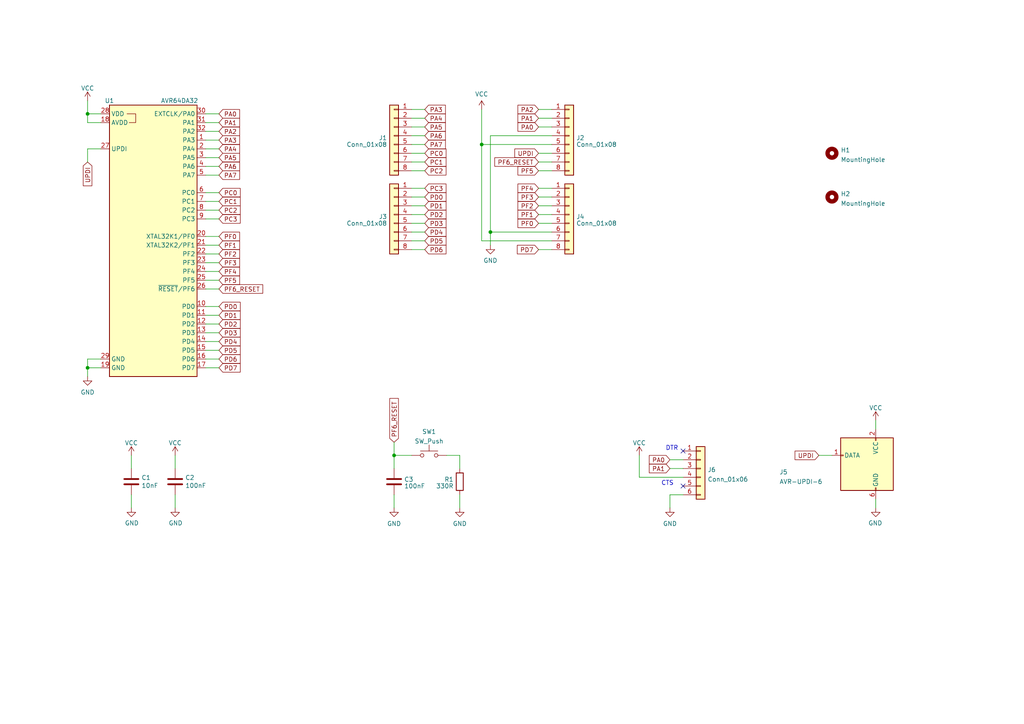
<source format=kicad_sch>
(kicad_sch (version 20230121) (generator eeschema)

  (uuid e63e39d7-6ac0-4ffd-8aa3-1841a4541b55)

  (paper "A4")

  (lib_symbols
    (symbol "Connector:AVR-UPDI-6" (pin_names (offset 1.016)) (in_bom yes) (on_board yes)
      (property "Reference" "J" (at -6.35 8.89 0)
        (effects (font (size 1.27 1.27)) (justify left))
      )
      (property "Value" "AVR-UPDI-6" (at 0 8.89 0)
        (effects (font (size 1.27 1.27)) (justify left))
      )
      (property "Footprint" "" (at -6.35 -1.27 90)
        (effects (font (size 1.27 1.27)) hide)
      )
      (property "Datasheet" "https://www.microchip.com/webdoc/GUID-9D10622A-5C16-4405-B092-1BDD437B4976/index.html?GUID-9B349315-2842-4189-B88C-49F4E1055D7F" (at -32.385 -13.97 0)
        (effects (font (size 1.27 1.27)) hide)
      )
      (property "ki_keywords" "AVR UPDI Connector" (at 0 0 0)
        (effects (font (size 1.27 1.27)) hide)
      )
      (property "ki_description" "Atmel 6-pin UPDI connector" (at 0 0 0)
        (effects (font (size 1.27 1.27)) hide)
      )
      (property "ki_fp_filters" "IDC?Header*2x03* Pin?Header*2x03*" (at 0 0 0)
        (effects (font (size 1.27 1.27)) hide)
      )
      (symbol "AVR-UPDI-6_0_1"
        (rectangle (start -2.667 -6.858) (end -2.413 -7.62)
          (stroke (width 0) (type default))
          (fill (type none))
        )
        (rectangle (start -2.667 7.62) (end -2.413 6.858)
          (stroke (width 0) (type default))
          (fill (type none))
        )
        (rectangle (start 7.62 2.667) (end 6.858 2.413)
          (stroke (width 0) (type default))
          (fill (type none))
        )
        (rectangle (start 7.62 7.62) (end -7.62 -7.62)
          (stroke (width 0.254) (type default))
          (fill (type background))
        )
      )
      (symbol "AVR-UPDI-6_1_1"
        (pin passive line (at 10.16 2.54 180) (length 2.54)
          (name "DATA" (effects (font (size 1.27 1.27))))
          (number "1" (effects (font (size 1.27 1.27))))
        )
        (pin passive line (at -2.54 10.16 270) (length 2.54)
          (name "VCC" (effects (font (size 1.27 1.27))))
          (number "2" (effects (font (size 1.27 1.27))))
        )
        (pin no_connect line (at 7.62 0 180) (length 2.54) hide
          (name "NC" (effects (font (size 1.27 1.27))))
          (number "3" (effects (font (size 1.27 1.27))))
        )
        (pin no_connect line (at 7.62 -2.54 180) (length 2.54) hide
          (name "NC" (effects (font (size 1.27 1.27))))
          (number "4" (effects (font (size 1.27 1.27))))
        )
        (pin no_connect line (at 7.62 -5.08 180) (length 2.54) hide
          (name "NC" (effects (font (size 1.27 1.27))))
          (number "5" (effects (font (size 1.27 1.27))))
        )
        (pin passive line (at -2.54 -10.16 90) (length 2.54)
          (name "GND" (effects (font (size 1.27 1.27))))
          (number "6" (effects (font (size 1.27 1.27))))
        )
      )
    )
    (symbol "Connector_Generic:Conn_01x06" (pin_names (offset 1.016) hide) (in_bom yes) (on_board yes)
      (property "Reference" "J" (at 0 7.62 0)
        (effects (font (size 1.27 1.27)))
      )
      (property "Value" "Conn_01x06" (at 0 -10.16 0)
        (effects (font (size 1.27 1.27)))
      )
      (property "Footprint" "" (at 0 0 0)
        (effects (font (size 1.27 1.27)) hide)
      )
      (property "Datasheet" "~" (at 0 0 0)
        (effects (font (size 1.27 1.27)) hide)
      )
      (property "ki_keywords" "connector" (at 0 0 0)
        (effects (font (size 1.27 1.27)) hide)
      )
      (property "ki_description" "Generic connector, single row, 01x06, script generated (kicad-library-utils/schlib/autogen/connector/)" (at 0 0 0)
        (effects (font (size 1.27 1.27)) hide)
      )
      (property "ki_fp_filters" "Connector*:*_1x??_*" (at 0 0 0)
        (effects (font (size 1.27 1.27)) hide)
      )
      (symbol "Conn_01x06_1_1"
        (rectangle (start -1.27 -7.493) (end 0 -7.747)
          (stroke (width 0.1524) (type default))
          (fill (type none))
        )
        (rectangle (start -1.27 -4.953) (end 0 -5.207)
          (stroke (width 0.1524) (type default))
          (fill (type none))
        )
        (rectangle (start -1.27 -2.413) (end 0 -2.667)
          (stroke (width 0.1524) (type default))
          (fill (type none))
        )
        (rectangle (start -1.27 0.127) (end 0 -0.127)
          (stroke (width 0.1524) (type default))
          (fill (type none))
        )
        (rectangle (start -1.27 2.667) (end 0 2.413)
          (stroke (width 0.1524) (type default))
          (fill (type none))
        )
        (rectangle (start -1.27 5.207) (end 0 4.953)
          (stroke (width 0.1524) (type default))
          (fill (type none))
        )
        (rectangle (start -1.27 6.35) (end 1.27 -8.89)
          (stroke (width 0.254) (type default))
          (fill (type background))
        )
        (pin passive line (at -5.08 5.08 0) (length 3.81)
          (name "Pin_1" (effects (font (size 1.27 1.27))))
          (number "1" (effects (font (size 1.27 1.27))))
        )
        (pin passive line (at -5.08 2.54 0) (length 3.81)
          (name "Pin_2" (effects (font (size 1.27 1.27))))
          (number "2" (effects (font (size 1.27 1.27))))
        )
        (pin passive line (at -5.08 0 0) (length 3.81)
          (name "Pin_3" (effects (font (size 1.27 1.27))))
          (number "3" (effects (font (size 1.27 1.27))))
        )
        (pin passive line (at -5.08 -2.54 0) (length 3.81)
          (name "Pin_4" (effects (font (size 1.27 1.27))))
          (number "4" (effects (font (size 1.27 1.27))))
        )
        (pin passive line (at -5.08 -5.08 0) (length 3.81)
          (name "Pin_5" (effects (font (size 1.27 1.27))))
          (number "5" (effects (font (size 1.27 1.27))))
        )
        (pin passive line (at -5.08 -7.62 0) (length 3.81)
          (name "Pin_6" (effects (font (size 1.27 1.27))))
          (number "6" (effects (font (size 1.27 1.27))))
        )
      )
    )
    (symbol "Connector_Generic:Conn_01x08" (pin_names (offset 1.016) hide) (in_bom yes) (on_board yes)
      (property "Reference" "J" (at 0 10.16 0)
        (effects (font (size 1.27 1.27)))
      )
      (property "Value" "Conn_01x08" (at 0 -12.7 0)
        (effects (font (size 1.27 1.27)))
      )
      (property "Footprint" "" (at 0 0 0)
        (effects (font (size 1.27 1.27)) hide)
      )
      (property "Datasheet" "~" (at 0 0 0)
        (effects (font (size 1.27 1.27)) hide)
      )
      (property "ki_keywords" "connector" (at 0 0 0)
        (effects (font (size 1.27 1.27)) hide)
      )
      (property "ki_description" "Generic connector, single row, 01x08, script generated (kicad-library-utils/schlib/autogen/connector/)" (at 0 0 0)
        (effects (font (size 1.27 1.27)) hide)
      )
      (property "ki_fp_filters" "Connector*:*_1x??_*" (at 0 0 0)
        (effects (font (size 1.27 1.27)) hide)
      )
      (symbol "Conn_01x08_1_1"
        (rectangle (start -1.27 -10.033) (end 0 -10.287)
          (stroke (width 0.1524) (type default))
          (fill (type none))
        )
        (rectangle (start -1.27 -7.493) (end 0 -7.747)
          (stroke (width 0.1524) (type default))
          (fill (type none))
        )
        (rectangle (start -1.27 -4.953) (end 0 -5.207)
          (stroke (width 0.1524) (type default))
          (fill (type none))
        )
        (rectangle (start -1.27 -2.413) (end 0 -2.667)
          (stroke (width 0.1524) (type default))
          (fill (type none))
        )
        (rectangle (start -1.27 0.127) (end 0 -0.127)
          (stroke (width 0.1524) (type default))
          (fill (type none))
        )
        (rectangle (start -1.27 2.667) (end 0 2.413)
          (stroke (width 0.1524) (type default))
          (fill (type none))
        )
        (rectangle (start -1.27 5.207) (end 0 4.953)
          (stroke (width 0.1524) (type default))
          (fill (type none))
        )
        (rectangle (start -1.27 7.747) (end 0 7.493)
          (stroke (width 0.1524) (type default))
          (fill (type none))
        )
        (rectangle (start -1.27 8.89) (end 1.27 -11.43)
          (stroke (width 0.254) (type default))
          (fill (type background))
        )
        (pin passive line (at -5.08 7.62 0) (length 3.81)
          (name "Pin_1" (effects (font (size 1.27 1.27))))
          (number "1" (effects (font (size 1.27 1.27))))
        )
        (pin passive line (at -5.08 5.08 0) (length 3.81)
          (name "Pin_2" (effects (font (size 1.27 1.27))))
          (number "2" (effects (font (size 1.27 1.27))))
        )
        (pin passive line (at -5.08 2.54 0) (length 3.81)
          (name "Pin_3" (effects (font (size 1.27 1.27))))
          (number "3" (effects (font (size 1.27 1.27))))
        )
        (pin passive line (at -5.08 0 0) (length 3.81)
          (name "Pin_4" (effects (font (size 1.27 1.27))))
          (number "4" (effects (font (size 1.27 1.27))))
        )
        (pin passive line (at -5.08 -2.54 0) (length 3.81)
          (name "Pin_5" (effects (font (size 1.27 1.27))))
          (number "5" (effects (font (size 1.27 1.27))))
        )
        (pin passive line (at -5.08 -5.08 0) (length 3.81)
          (name "Pin_6" (effects (font (size 1.27 1.27))))
          (number "6" (effects (font (size 1.27 1.27))))
        )
        (pin passive line (at -5.08 -7.62 0) (length 3.81)
          (name "Pin_7" (effects (font (size 1.27 1.27))))
          (number "7" (effects (font (size 1.27 1.27))))
        )
        (pin passive line (at -5.08 -10.16 0) (length 3.81)
          (name "Pin_8" (effects (font (size 1.27 1.27))))
          (number "8" (effects (font (size 1.27 1.27))))
        )
      )
    )
    (symbol "Device:C" (pin_numbers hide) (pin_names (offset 0.254)) (in_bom yes) (on_board yes)
      (property "Reference" "C" (at 0.635 2.54 0)
        (effects (font (size 1.27 1.27)) (justify left))
      )
      (property "Value" "C" (at 0.635 -2.54 0)
        (effects (font (size 1.27 1.27)) (justify left))
      )
      (property "Footprint" "" (at 0.9652 -3.81 0)
        (effects (font (size 1.27 1.27)) hide)
      )
      (property "Datasheet" "~" (at 0 0 0)
        (effects (font (size 1.27 1.27)) hide)
      )
      (property "ki_keywords" "cap capacitor" (at 0 0 0)
        (effects (font (size 1.27 1.27)) hide)
      )
      (property "ki_description" "Unpolarized capacitor" (at 0 0 0)
        (effects (font (size 1.27 1.27)) hide)
      )
      (property "ki_fp_filters" "C_*" (at 0 0 0)
        (effects (font (size 1.27 1.27)) hide)
      )
      (symbol "C_0_1"
        (polyline
          (pts
            (xy -2.032 -0.762)
            (xy 2.032 -0.762)
          )
          (stroke (width 0.508) (type default))
          (fill (type none))
        )
        (polyline
          (pts
            (xy -2.032 0.762)
            (xy 2.032 0.762)
          )
          (stroke (width 0.508) (type default))
          (fill (type none))
        )
      )
      (symbol "C_1_1"
        (pin passive line (at 0 3.81 270) (length 2.794)
          (name "~" (effects (font (size 1.27 1.27))))
          (number "1" (effects (font (size 1.27 1.27))))
        )
        (pin passive line (at 0 -3.81 90) (length 2.794)
          (name "~" (effects (font (size 1.27 1.27))))
          (number "2" (effects (font (size 1.27 1.27))))
        )
      )
    )
    (symbol "Device:R" (pin_numbers hide) (pin_names (offset 0)) (in_bom yes) (on_board yes)
      (property "Reference" "R" (at 2.032 0 90)
        (effects (font (size 1.27 1.27)))
      )
      (property "Value" "R" (at 0 0 90)
        (effects (font (size 1.27 1.27)))
      )
      (property "Footprint" "" (at -1.778 0 90)
        (effects (font (size 1.27 1.27)) hide)
      )
      (property "Datasheet" "~" (at 0 0 0)
        (effects (font (size 1.27 1.27)) hide)
      )
      (property "ki_keywords" "R res resistor" (at 0 0 0)
        (effects (font (size 1.27 1.27)) hide)
      )
      (property "ki_description" "Resistor" (at 0 0 0)
        (effects (font (size 1.27 1.27)) hide)
      )
      (property "ki_fp_filters" "R_*" (at 0 0 0)
        (effects (font (size 1.27 1.27)) hide)
      )
      (symbol "R_0_1"
        (rectangle (start -1.016 -2.54) (end 1.016 2.54)
          (stroke (width 0.254) (type default))
          (fill (type none))
        )
      )
      (symbol "R_1_1"
        (pin passive line (at 0 3.81 270) (length 1.27)
          (name "~" (effects (font (size 1.27 1.27))))
          (number "1" (effects (font (size 1.27 1.27))))
        )
        (pin passive line (at 0 -3.81 90) (length 1.27)
          (name "~" (effects (font (size 1.27 1.27))))
          (number "2" (effects (font (size 1.27 1.27))))
        )
      )
    )
    (symbol "Mechanical:MountingHole" (pin_names (offset 1.016)) (in_bom yes) (on_board yes)
      (property "Reference" "H" (at 0 5.08 0)
        (effects (font (size 1.27 1.27)))
      )
      (property "Value" "MountingHole" (at 0 3.175 0)
        (effects (font (size 1.27 1.27)))
      )
      (property "Footprint" "" (at 0 0 0)
        (effects (font (size 1.27 1.27)) hide)
      )
      (property "Datasheet" "~" (at 0 0 0)
        (effects (font (size 1.27 1.27)) hide)
      )
      (property "ki_keywords" "mounting hole" (at 0 0 0)
        (effects (font (size 1.27 1.27)) hide)
      )
      (property "ki_description" "Mounting Hole without connection" (at 0 0 0)
        (effects (font (size 1.27 1.27)) hide)
      )
      (property "ki_fp_filters" "MountingHole*" (at 0 0 0)
        (effects (font (size 1.27 1.27)) hide)
      )
      (symbol "MountingHole_0_1"
        (circle (center 0 0) (radius 1.27)
          (stroke (width 1.27) (type default))
          (fill (type none))
        )
      )
    )
    (symbol "Switch:SW_Push" (pin_numbers hide) (pin_names (offset 1.016) hide) (in_bom yes) (on_board yes)
      (property "Reference" "SW" (at 1.27 2.54 0)
        (effects (font (size 1.27 1.27)) (justify left))
      )
      (property "Value" "SW_Push" (at 0 -1.524 0)
        (effects (font (size 1.27 1.27)))
      )
      (property "Footprint" "" (at 0 5.08 0)
        (effects (font (size 1.27 1.27)) hide)
      )
      (property "Datasheet" "~" (at 0 5.08 0)
        (effects (font (size 1.27 1.27)) hide)
      )
      (property "ki_keywords" "switch normally-open pushbutton push-button" (at 0 0 0)
        (effects (font (size 1.27 1.27)) hide)
      )
      (property "ki_description" "Push button switch, generic, two pins" (at 0 0 0)
        (effects (font (size 1.27 1.27)) hide)
      )
      (symbol "SW_Push_0_1"
        (circle (center -2.032 0) (radius 0.508)
          (stroke (width 0) (type default))
          (fill (type none))
        )
        (polyline
          (pts
            (xy 0 1.27)
            (xy 0 3.048)
          )
          (stroke (width 0) (type default))
          (fill (type none))
        )
        (polyline
          (pts
            (xy 2.54 1.27)
            (xy -2.54 1.27)
          )
          (stroke (width 0) (type default))
          (fill (type none))
        )
        (circle (center 2.032 0) (radius 0.508)
          (stroke (width 0) (type default))
          (fill (type none))
        )
        (pin passive line (at -5.08 0 0) (length 2.54)
          (name "1" (effects (font (size 1.27 1.27))))
          (number "1" (effects (font (size 1.27 1.27))))
        )
        (pin passive line (at 5.08 0 180) (length 2.54)
          (name "2" (effects (font (size 1.27 1.27))))
          (number "2" (effects (font (size 1.27 1.27))))
        )
      )
    )
    (symbol "kiu:AVR64DA32" (in_bom yes) (on_board yes)
      (property "Reference" "U" (at -12.7 -19.05 0)
        (effects (font (size 1.27 1.27)))
      )
      (property "Value" "AVR64DA32" (at 7.62 -19.05 0)
        (effects (font (size 1.27 1.27)))
      )
      (property "Footprint" "" (at 0 0 0)
        (effects (font (size 1.27 1.27)) hide)
      )
      (property "Datasheet" "" (at 0 0 0)
        (effects (font (size 1.27 1.27)) hide)
      )
      (symbol "AVR64DA32_0_1"
        (rectangle (start -12.7 -20.32) (end 12.7 -99.06)
          (stroke (width 0.254) (type default))
          (fill (type background))
        )
        (polyline
          (pts
            (xy -7.62 -22.86)
            (xy -5.08 -22.86)
            (xy -5.08 -25.4)
            (xy -6.985 -25.4)
          )
          (stroke (width 0) (type default))
          (fill (type none))
        )
      )
      (symbol "AVR64DA32_1_1"
        (pin bidirectional line (at 15.24 -30.48 180) (length 2.54)
          (name "PA3" (effects (font (size 1.27 1.27))))
          (number "1" (effects (font (size 1.27 1.27))))
        )
        (pin bidirectional line (at 15.24 -78.74 180) (length 2.54)
          (name "PD0" (effects (font (size 1.27 1.27))))
          (number "10" (effects (font (size 1.27 1.27))))
        )
        (pin bidirectional line (at 15.24 -81.28 180) (length 2.54)
          (name "PD1" (effects (font (size 1.27 1.27))))
          (number "11" (effects (font (size 1.27 1.27))))
        )
        (pin bidirectional line (at 15.24 -83.82 180) (length 2.54)
          (name "PD2" (effects (font (size 1.27 1.27))))
          (number "12" (effects (font (size 1.27 1.27))))
        )
        (pin bidirectional line (at 15.24 -86.36 180) (length 2.54)
          (name "PD3" (effects (font (size 1.27 1.27))))
          (number "13" (effects (font (size 1.27 1.27))))
        )
        (pin bidirectional line (at 15.24 -88.9 180) (length 2.54)
          (name "PD4" (effects (font (size 1.27 1.27))))
          (number "14" (effects (font (size 1.27 1.27))))
        )
        (pin bidirectional line (at 15.24 -91.44 180) (length 2.54)
          (name "PD5" (effects (font (size 1.27 1.27))))
          (number "15" (effects (font (size 1.27 1.27))))
        )
        (pin bidirectional line (at 15.24 -93.98 180) (length 2.54)
          (name "PD6" (effects (font (size 1.27 1.27))))
          (number "16" (effects (font (size 1.27 1.27))))
        )
        (pin bidirectional line (at 15.24 -96.52 180) (length 2.54)
          (name "PD7" (effects (font (size 1.27 1.27))))
          (number "17" (effects (font (size 1.27 1.27))))
        )
        (pin power_in line (at -15.24 -25.4 0) (length 2.54)
          (name "AVDD" (effects (font (size 1.27 1.27))))
          (number "18" (effects (font (size 1.27 1.27))))
        )
        (pin power_in line (at -15.24 -96.52 0) (length 2.54)
          (name "GND" (effects (font (size 1.27 1.27))))
          (number "19" (effects (font (size 1.27 1.27))))
        )
        (pin bidirectional line (at 15.24 -33.02 180) (length 2.54)
          (name "PA4" (effects (font (size 1.27 1.27))))
          (number "2" (effects (font (size 1.27 1.27))))
        )
        (pin bidirectional line (at 15.24 -58.42 180) (length 2.54)
          (name "XTAL32K1/PF0" (effects (font (size 1.27 1.27))))
          (number "20" (effects (font (size 1.27 1.27))))
        )
        (pin bidirectional line (at 15.24 -60.96 180) (length 2.54)
          (name "XTAL32K2/PF1" (effects (font (size 1.27 1.27))))
          (number "21" (effects (font (size 1.27 1.27))))
        )
        (pin bidirectional line (at 15.24 -63.5 180) (length 2.54)
          (name "PF2" (effects (font (size 1.27 1.27))))
          (number "22" (effects (font (size 1.27 1.27))))
        )
        (pin bidirectional line (at 15.24 -66.04 180) (length 2.54)
          (name "PF3" (effects (font (size 1.27 1.27))))
          (number "23" (effects (font (size 1.27 1.27))))
        )
        (pin bidirectional line (at 15.24 -68.58 180) (length 2.54)
          (name "PF4" (effects (font (size 1.27 1.27))))
          (number "24" (effects (font (size 1.27 1.27))))
        )
        (pin bidirectional line (at 15.24 -71.12 180) (length 2.54)
          (name "PF5" (effects (font (size 1.27 1.27))))
          (number "25" (effects (font (size 1.27 1.27))))
        )
        (pin input line (at 15.24 -73.66 180) (length 2.54)
          (name "~{RESET}/PF6" (effects (font (size 1.27 1.27))))
          (number "26" (effects (font (size 1.27 1.27))))
        )
        (pin input line (at -15.24 -33.02 0) (length 2.54)
          (name "UPDI" (effects (font (size 1.27 1.27))))
          (number "27" (effects (font (size 1.27 1.27))))
        )
        (pin power_in line (at -15.24 -22.86 0) (length 2.54)
          (name "VDD" (effects (font (size 1.27 1.27))))
          (number "28" (effects (font (size 1.27 1.27))))
        )
        (pin power_in line (at -15.24 -93.98 0) (length 2.54)
          (name "GND" (effects (font (size 1.27 1.27))))
          (number "29" (effects (font (size 1.27 1.27))))
        )
        (pin bidirectional line (at 15.24 -35.56 180) (length 2.54)
          (name "PA5" (effects (font (size 1.27 1.27))))
          (number "3" (effects (font (size 1.27 1.27))))
        )
        (pin bidirectional line (at 15.24 -22.86 180) (length 2.54)
          (name "EXTCLK/PA0" (effects (font (size 1.27 1.27))))
          (number "30" (effects (font (size 1.27 1.27))))
        )
        (pin bidirectional line (at 15.24 -25.4 180) (length 2.54)
          (name "PA1" (effects (font (size 1.27 1.27))))
          (number "31" (effects (font (size 1.27 1.27))))
        )
        (pin bidirectional line (at 15.24 -27.94 180) (length 2.54)
          (name "PA2" (effects (font (size 1.27 1.27))))
          (number "32" (effects (font (size 1.27 1.27))))
        )
        (pin bidirectional line (at 15.24 -38.1 180) (length 2.54)
          (name "PA6" (effects (font (size 1.27 1.27))))
          (number "4" (effects (font (size 1.27 1.27))))
        )
        (pin bidirectional line (at 15.24 -40.64 180) (length 2.54)
          (name "PA7" (effects (font (size 1.27 1.27))))
          (number "5" (effects (font (size 1.27 1.27))))
        )
        (pin bidirectional line (at 15.24 -45.72 180) (length 2.54)
          (name "PC0" (effects (font (size 1.27 1.27))))
          (number "6" (effects (font (size 1.27 1.27))))
        )
        (pin bidirectional line (at 15.24 -48.26 180) (length 2.54)
          (name "PC1" (effects (font (size 1.27 1.27))))
          (number "7" (effects (font (size 1.27 1.27))))
        )
        (pin bidirectional line (at 15.24 -50.8 180) (length 2.54)
          (name "PC2" (effects (font (size 1.27 1.27))))
          (number "8" (effects (font (size 1.27 1.27))))
        )
        (pin bidirectional line (at 15.24 -53.34 180) (length 2.54)
          (name "PC3" (effects (font (size 1.27 1.27))))
          (number "9" (effects (font (size 1.27 1.27))))
        )
      )
    )
    (symbol "power:GND" (power) (pin_names (offset 0)) (in_bom yes) (on_board yes)
      (property "Reference" "#PWR" (at 0 -6.35 0)
        (effects (font (size 1.27 1.27)) hide)
      )
      (property "Value" "GND" (at 0 -3.81 0)
        (effects (font (size 1.27 1.27)))
      )
      (property "Footprint" "" (at 0 0 0)
        (effects (font (size 1.27 1.27)) hide)
      )
      (property "Datasheet" "" (at 0 0 0)
        (effects (font (size 1.27 1.27)) hide)
      )
      (property "ki_keywords" "global power" (at 0 0 0)
        (effects (font (size 1.27 1.27)) hide)
      )
      (property "ki_description" "Power symbol creates a global label with name \"GND\" , ground" (at 0 0 0)
        (effects (font (size 1.27 1.27)) hide)
      )
      (symbol "GND_0_1"
        (polyline
          (pts
            (xy 0 0)
            (xy 0 -1.27)
            (xy 1.27 -1.27)
            (xy 0 -2.54)
            (xy -1.27 -1.27)
            (xy 0 -1.27)
          )
          (stroke (width 0) (type default))
          (fill (type none))
        )
      )
      (symbol "GND_1_1"
        (pin power_in line (at 0 0 270) (length 0) hide
          (name "GND" (effects (font (size 1.27 1.27))))
          (number "1" (effects (font (size 1.27 1.27))))
        )
      )
    )
    (symbol "power:VCC" (power) (pin_names (offset 0)) (in_bom yes) (on_board yes)
      (property "Reference" "#PWR" (at 0 -3.81 0)
        (effects (font (size 1.27 1.27)) hide)
      )
      (property "Value" "VCC" (at 0 3.81 0)
        (effects (font (size 1.27 1.27)))
      )
      (property "Footprint" "" (at 0 0 0)
        (effects (font (size 1.27 1.27)) hide)
      )
      (property "Datasheet" "" (at 0 0 0)
        (effects (font (size 1.27 1.27)) hide)
      )
      (property "ki_keywords" "global power" (at 0 0 0)
        (effects (font (size 1.27 1.27)) hide)
      )
      (property "ki_description" "Power symbol creates a global label with name \"VCC\"" (at 0 0 0)
        (effects (font (size 1.27 1.27)) hide)
      )
      (symbol "VCC_0_1"
        (polyline
          (pts
            (xy -0.762 1.27)
            (xy 0 2.54)
          )
          (stroke (width 0) (type default))
          (fill (type none))
        )
        (polyline
          (pts
            (xy 0 0)
            (xy 0 2.54)
          )
          (stroke (width 0) (type default))
          (fill (type none))
        )
        (polyline
          (pts
            (xy 0 2.54)
            (xy 0.762 1.27)
          )
          (stroke (width 0) (type default))
          (fill (type none))
        )
      )
      (symbol "VCC_1_1"
        (pin power_in line (at 0 0 90) (length 0) hide
          (name "VCC" (effects (font (size 1.27 1.27))))
          (number "1" (effects (font (size 1.27 1.27))))
        )
      )
    )
  )

  (junction (at 114.3 132.08) (diameter 0) (color 0 0 0 0)
    (uuid 1935c559-3bbb-4a9e-9646-290e52728bfd)
  )
  (junction (at 25.4 33.02) (diameter 0) (color 0 0 0 0)
    (uuid 34a8612d-6179-473f-951e-0412c02db9e7)
  )
  (junction (at 139.7 41.91) (diameter 0) (color 0 0 0 0)
    (uuid 3e0c8fd1-f658-4e12-aca7-44642a8ae6b9)
  )
  (junction (at 142.24 67.31) (diameter 0) (color 0 0 0 0)
    (uuid 5786cb99-2915-407e-a0f6-a38c06ff28e5)
  )
  (junction (at 25.4 106.68) (diameter 0) (color 0 0 0 0)
    (uuid be4c08f8-5be7-4a72-971d-68a412b6beb2)
  )

  (no_connect (at 198.12 130.81) (uuid 203c9db7-77c7-46e3-a0b2-661683ca12ae))
  (no_connect (at 198.12 140.97) (uuid b913c2e0-38c9-4da3-9d6e-c0874add7704))

  (wire (pts (xy 59.69 104.14) (xy 63.5 104.14))
    (stroke (width 0) (type default))
    (uuid 01e42abb-ad5d-460a-9437-dc5311cea240)
  )
  (wire (pts (xy 38.1 132.08) (xy 38.1 135.89))
    (stroke (width 0) (type default))
    (uuid 080075e5-bebb-4551-8646-138341beed87)
  )
  (wire (pts (xy 194.31 135.89) (xy 198.12 135.89))
    (stroke (width 0) (type default))
    (uuid 0846e82d-d1e9-4de8-8d3d-cc433c760151)
  )
  (wire (pts (xy 254 121.92) (xy 254 124.46))
    (stroke (width 0) (type default))
    (uuid 08981952-0dd9-4604-80d9-1a4e5b4feba9)
  )
  (wire (pts (xy 59.69 99.06) (xy 63.5 99.06))
    (stroke (width 0) (type default))
    (uuid 08afaf6b-2405-4bf8-a60e-a8cf147ea59d)
  )
  (wire (pts (xy 156.21 57.15) (xy 160.02 57.15))
    (stroke (width 0) (type default))
    (uuid 09e3436f-b50f-4821-a237-97387c62baa1)
  )
  (wire (pts (xy 114.3 143.51) (xy 114.3 147.32))
    (stroke (width 0) (type default))
    (uuid 0cd5c93a-f070-4fd2-b3d7-0a0a558ebc5b)
  )
  (wire (pts (xy 119.38 49.53) (xy 123.19 49.53))
    (stroke (width 0) (type default))
    (uuid 1401fa07-755c-4e4a-843f-993cf235f758)
  )
  (wire (pts (xy 133.35 132.08) (xy 129.54 132.08))
    (stroke (width 0) (type default))
    (uuid 171b9375-4485-4c8c-8b78-e53862734da4)
  )
  (wire (pts (xy 119.38 34.29) (xy 123.19 34.29))
    (stroke (width 0) (type default))
    (uuid 18ba7ff0-ca43-49bb-98f1-67dbbc42bd02)
  )
  (wire (pts (xy 59.69 81.28) (xy 63.5 81.28))
    (stroke (width 0) (type default))
    (uuid 19c5e7fa-6e52-4fcb-a2a5-b24d4ad7508a)
  )
  (wire (pts (xy 59.69 68.58) (xy 63.5 68.58))
    (stroke (width 0) (type default))
    (uuid 1db48215-e00e-400b-a855-157c14c5f750)
  )
  (wire (pts (xy 59.69 73.66) (xy 63.5 73.66))
    (stroke (width 0) (type default))
    (uuid 2067c07d-4e49-4f02-930b-40e8ef6fad72)
  )
  (wire (pts (xy 50.8 132.08) (xy 50.8 135.89))
    (stroke (width 0) (type default))
    (uuid 232b7211-753c-4422-8761-f002a6366e2c)
  )
  (wire (pts (xy 185.42 132.08) (xy 185.42 138.43))
    (stroke (width 0) (type default))
    (uuid 23a9803c-6c07-4bbf-82f3-cefdd3e27b31)
  )
  (wire (pts (xy 59.69 33.02) (xy 63.5 33.02))
    (stroke (width 0) (type default))
    (uuid 25353985-9884-4ed6-a781-e48152740687)
  )
  (wire (pts (xy 59.69 38.1) (xy 63.5 38.1))
    (stroke (width 0) (type default))
    (uuid 25c7c6f2-89b8-4172-9bf8-9028ba996c5d)
  )
  (wire (pts (xy 25.4 29.21) (xy 25.4 33.02))
    (stroke (width 0) (type default))
    (uuid 2bef2d4a-8b41-434b-b7b0-4ea1a9b04fe7)
  )
  (wire (pts (xy 59.69 91.44) (xy 63.5 91.44))
    (stroke (width 0) (type default))
    (uuid 34f57e54-c944-4327-9d81-7ca474ae15b1)
  )
  (wire (pts (xy 123.19 59.69) (xy 119.38 59.69))
    (stroke (width 0) (type default))
    (uuid 38fb5cb4-62b0-453c-a0cd-70f0377918e1)
  )
  (wire (pts (xy 123.19 31.75) (xy 119.38 31.75))
    (stroke (width 0) (type default))
    (uuid 39050904-ce26-4e1c-8e28-cdc020ac7603)
  )
  (wire (pts (xy 133.35 143.51) (xy 133.35 147.32))
    (stroke (width 0) (type default))
    (uuid 415d0941-c24b-4f7a-a3f5-9f4564009d94)
  )
  (wire (pts (xy 139.7 69.85) (xy 160.02 69.85))
    (stroke (width 0) (type default))
    (uuid 424ef910-b25d-4ee2-a7b2-77be1c8bebf9)
  )
  (wire (pts (xy 25.4 33.02) (xy 29.21 33.02))
    (stroke (width 0) (type default))
    (uuid 429156ce-012c-49d6-aca8-253bab7efbe2)
  )
  (wire (pts (xy 142.24 39.37) (xy 142.24 67.31))
    (stroke (width 0) (type default))
    (uuid 46005d72-52c3-4f51-a1f9-8b6e511019b2)
  )
  (wire (pts (xy 194.31 133.35) (xy 198.12 133.35))
    (stroke (width 0) (type default))
    (uuid 4638a441-39f7-4e0d-b0a9-2e1ecedb21d4)
  )
  (wire (pts (xy 142.24 71.12) (xy 142.24 67.31))
    (stroke (width 0) (type default))
    (uuid 49dc7fd5-0a40-455c-b842-fabcf49c0aa8)
  )
  (wire (pts (xy 114.3 132.08) (xy 114.3 135.89))
    (stroke (width 0) (type default))
    (uuid 4cdce314-b38e-4d7c-be27-db1f58f3ef50)
  )
  (wire (pts (xy 156.21 64.77) (xy 160.02 64.77))
    (stroke (width 0) (type default))
    (uuid 4d4cc3b8-a806-4b8e-9631-d154c48afae3)
  )
  (wire (pts (xy 156.21 46.99) (xy 160.02 46.99))
    (stroke (width 0) (type default))
    (uuid 4f80950a-173a-4cc1-9310-4f3ccb5e0feb)
  )
  (wire (pts (xy 123.19 62.23) (xy 119.38 62.23))
    (stroke (width 0) (type default))
    (uuid 52640724-35f9-4c5d-9b61-3329beb24bc8)
  )
  (wire (pts (xy 59.69 71.12) (xy 63.5 71.12))
    (stroke (width 0) (type default))
    (uuid 53932766-b6f3-4d8c-b23f-88d5669dcac4)
  )
  (wire (pts (xy 59.69 88.9) (xy 63.5 88.9))
    (stroke (width 0) (type default))
    (uuid 55fc6420-eed7-4e8a-9d24-6e243a52d371)
  )
  (wire (pts (xy 119.38 57.15) (xy 123.19 57.15))
    (stroke (width 0) (type default))
    (uuid 5cfdc953-ae8c-4801-afe5-07571ebb43ac)
  )
  (wire (pts (xy 59.69 78.74) (xy 63.5 78.74))
    (stroke (width 0) (type default))
    (uuid 606475fe-0883-4bcb-9795-54bb1f06ee06)
  )
  (wire (pts (xy 119.38 46.99) (xy 123.19 46.99))
    (stroke (width 0) (type default))
    (uuid 60e1467a-8672-4f0c-ae29-3ce285cda0b0)
  )
  (wire (pts (xy 59.69 93.98) (xy 63.5 93.98))
    (stroke (width 0) (type default))
    (uuid 6150e45c-c5b2-409e-823c-74a57ee87b06)
  )
  (wire (pts (xy 119.38 54.61) (xy 123.19 54.61))
    (stroke (width 0) (type default))
    (uuid 65a04c54-3295-4c0e-929f-d9e75d1187df)
  )
  (wire (pts (xy 50.8 143.51) (xy 50.8 147.32))
    (stroke (width 0) (type default))
    (uuid 663fe1d8-89ab-4700-8122-8d58553b6ff7)
  )
  (wire (pts (xy 25.4 104.14) (xy 25.4 106.68))
    (stroke (width 0) (type default))
    (uuid 66f46d35-beb6-4737-827c-92c8fa091cf0)
  )
  (wire (pts (xy 139.7 41.91) (xy 160.02 41.91))
    (stroke (width 0) (type default))
    (uuid 7b448152-cf2f-45a4-a354-651232d03394)
  )
  (wire (pts (xy 119.38 44.45) (xy 123.19 44.45))
    (stroke (width 0) (type default))
    (uuid 7fd52eca-1486-4f57-9f1a-380d9e75f14a)
  )
  (wire (pts (xy 59.69 35.56) (xy 63.5 35.56))
    (stroke (width 0) (type default))
    (uuid 853595a5-bfdd-469e-b7c2-091197d73c86)
  )
  (wire (pts (xy 59.69 96.52) (xy 63.5 96.52))
    (stroke (width 0) (type default))
    (uuid 8585c3ae-5cba-429d-bf63-f17a5dbe8680)
  )
  (wire (pts (xy 194.31 143.51) (xy 198.12 143.51))
    (stroke (width 0) (type default))
    (uuid 86095ba6-cf04-49c5-ad87-9313ad0c0254)
  )
  (wire (pts (xy 160.02 36.83) (xy 156.21 36.83))
    (stroke (width 0) (type default))
    (uuid 87a305fc-9a6b-451c-b5fb-da83cd83f801)
  )
  (wire (pts (xy 29.21 43.18) (xy 25.4 43.18))
    (stroke (width 0) (type default))
    (uuid 88ef982c-1072-4da0-a06e-38bc8d5873fe)
  )
  (wire (pts (xy 114.3 132.08) (xy 119.38 132.08))
    (stroke (width 0) (type default))
    (uuid 918413a1-2910-4fdc-9031-0da6a71c8b70)
  )
  (wire (pts (xy 160.02 34.29) (xy 156.21 34.29))
    (stroke (width 0) (type default))
    (uuid 9485adc1-a264-4ca8-b462-7fe0ac008b3d)
  )
  (wire (pts (xy 198.12 138.43) (xy 185.42 138.43))
    (stroke (width 0) (type default))
    (uuid 94e5c10e-5b7e-46bb-967c-bd86d0c9bfe3)
  )
  (wire (pts (xy 156.21 59.69) (xy 160.02 59.69))
    (stroke (width 0) (type default))
    (uuid 970c0817-1e97-4388-8dc7-4986bb294085)
  )
  (wire (pts (xy 59.69 43.18) (xy 63.5 43.18))
    (stroke (width 0) (type default))
    (uuid a01d5d24-4155-4727-89b5-3d3d1dc954b3)
  )
  (wire (pts (xy 59.69 101.6) (xy 63.5 101.6))
    (stroke (width 0) (type default))
    (uuid a4ebd166-6476-4f03-9de4-a6eaa6bccde6)
  )
  (wire (pts (xy 119.38 36.83) (xy 123.19 36.83))
    (stroke (width 0) (type default))
    (uuid a5a3b124-a333-4cb3-a724-62a6ee944d66)
  )
  (wire (pts (xy 25.4 43.18) (xy 25.4 46.99))
    (stroke (width 0) (type default))
    (uuid a6be7b8b-5301-4539-9fc8-421934019c91)
  )
  (wire (pts (xy 59.69 50.8) (xy 63.5 50.8))
    (stroke (width 0) (type default))
    (uuid a6cc902e-2c74-45a3-8ec4-aa56f9a72930)
  )
  (wire (pts (xy 139.7 41.91) (xy 139.7 69.85))
    (stroke (width 0) (type default))
    (uuid a7120dc8-83e2-412e-824e-e42becc661ff)
  )
  (wire (pts (xy 59.69 55.88) (xy 63.5 55.88))
    (stroke (width 0) (type default))
    (uuid a80c469d-d988-4d13-b457-14127cfa9461)
  )
  (wire (pts (xy 29.21 104.14) (xy 25.4 104.14))
    (stroke (width 0) (type default))
    (uuid aa1ab793-1627-4bcd-a1f4-ac2882178845)
  )
  (wire (pts (xy 59.69 48.26) (xy 63.5 48.26))
    (stroke (width 0) (type default))
    (uuid aa3d2cff-e7ca-4703-91ff-ada00f681515)
  )
  (wire (pts (xy 38.1 143.51) (xy 38.1 147.32))
    (stroke (width 0) (type default))
    (uuid aafe30f6-950f-4f66-8450-9d9ba8b7e6cf)
  )
  (wire (pts (xy 156.21 49.53) (xy 160.02 49.53))
    (stroke (width 0) (type default))
    (uuid af7b1070-ca97-4e77-99c1-8efcc027ca95)
  )
  (wire (pts (xy 194.31 147.32) (xy 194.31 143.51))
    (stroke (width 0) (type default))
    (uuid b08efd2b-61d3-4b3f-82c0-fbd884e9d6d4)
  )
  (wire (pts (xy 123.19 64.77) (xy 119.38 64.77))
    (stroke (width 0) (type default))
    (uuid b4cf1d03-8ffb-4fe5-9579-8fd5cd5db282)
  )
  (wire (pts (xy 142.24 39.37) (xy 160.02 39.37))
    (stroke (width 0) (type default))
    (uuid b8eef7aa-dd28-4778-a7fa-3b29a7c7d134)
  )
  (wire (pts (xy 59.69 83.82) (xy 63.5 83.82))
    (stroke (width 0) (type default))
    (uuid bab7bf1d-a003-43bf-ad7b-d0b65db4304c)
  )
  (wire (pts (xy 59.69 45.72) (xy 63.5 45.72))
    (stroke (width 0) (type default))
    (uuid bb24113d-9618-4a15-90c9-51e6fde99b52)
  )
  (wire (pts (xy 25.4 109.22) (xy 25.4 106.68))
    (stroke (width 0) (type default))
    (uuid bbd6b31e-9459-46ea-9c3e-1146efa2b01f)
  )
  (wire (pts (xy 254 144.78) (xy 254 147.32))
    (stroke (width 0) (type default))
    (uuid be803956-a133-426b-92c9-01e4ecee224a)
  )
  (wire (pts (xy 156.21 62.23) (xy 160.02 62.23))
    (stroke (width 0) (type default))
    (uuid c5dfa427-f6dd-4999-90e2-2c5bc8613846)
  )
  (wire (pts (xy 156.21 44.45) (xy 160.02 44.45))
    (stroke (width 0) (type default))
    (uuid c869f82a-992f-4f00-9383-f959675c3525)
  )
  (wire (pts (xy 160.02 72.39) (xy 156.21 72.39))
    (stroke (width 0) (type default))
    (uuid cbe980ec-1c51-4c9c-ba56-33e0bb7fad9a)
  )
  (wire (pts (xy 59.69 106.68) (xy 63.5 106.68))
    (stroke (width 0) (type default))
    (uuid cd074883-c920-4ecc-8c63-13a13a540804)
  )
  (wire (pts (xy 59.69 76.2) (xy 63.5 76.2))
    (stroke (width 0) (type default))
    (uuid cedfb0d8-0e1d-44e0-bf51-3a997c386416)
  )
  (wire (pts (xy 142.24 67.31) (xy 160.02 67.31))
    (stroke (width 0) (type default))
    (uuid d3111a2a-7df5-4179-b55e-0d09bfe5d321)
  )
  (wire (pts (xy 123.19 41.91) (xy 119.38 41.91))
    (stroke (width 0) (type default))
    (uuid d3f00e43-58a0-42a3-bc40-3b3709691049)
  )
  (wire (pts (xy 25.4 33.02) (xy 25.4 35.56))
    (stroke (width 0) (type default))
    (uuid d6860bd3-7f7e-4d4d-bf1b-86081d6fd190)
  )
  (wire (pts (xy 133.35 132.08) (xy 133.35 135.89))
    (stroke (width 0) (type default))
    (uuid d9f387ad-ce46-447f-9ca9-2465ad9e846a)
  )
  (wire (pts (xy 123.19 69.85) (xy 119.38 69.85))
    (stroke (width 0) (type default))
    (uuid da79ebfd-0b20-4b3a-9137-d72dffa2ba09)
  )
  (wire (pts (xy 123.19 67.31) (xy 119.38 67.31))
    (stroke (width 0) (type default))
    (uuid dbebb1ac-ba61-4c72-a05e-15697aae18ae)
  )
  (wire (pts (xy 25.4 35.56) (xy 29.21 35.56))
    (stroke (width 0) (type default))
    (uuid dd0eafd7-25ce-44d7-a10c-a650eff20991)
  )
  (wire (pts (xy 25.4 106.68) (xy 29.21 106.68))
    (stroke (width 0) (type default))
    (uuid dd7f6266-d524-4cdd-bdd7-abcfd6031d90)
  )
  (wire (pts (xy 119.38 39.37) (xy 123.19 39.37))
    (stroke (width 0) (type default))
    (uuid ddcea348-3c5b-4817-9325-080cb3383965)
  )
  (wire (pts (xy 160.02 31.75) (xy 156.21 31.75))
    (stroke (width 0) (type default))
    (uuid e37c7f77-63cb-4a7b-9bea-8fbc3c931af8)
  )
  (wire (pts (xy 123.19 72.39) (xy 119.38 72.39))
    (stroke (width 0) (type default))
    (uuid e8cc5c88-4959-4158-a511-be93a3a18193)
  )
  (wire (pts (xy 59.69 40.64) (xy 63.5 40.64))
    (stroke (width 0) (type default))
    (uuid edccdf50-c8a7-401e-b39e-3ad1ba78c48d)
  )
  (wire (pts (xy 59.69 60.96) (xy 63.5 60.96))
    (stroke (width 0) (type default))
    (uuid ee4c4a41-2bb3-4046-ac69-02f17c46f704)
  )
  (wire (pts (xy 156.21 54.61) (xy 160.02 54.61))
    (stroke (width 0) (type default))
    (uuid ef6dab7b-eb74-416a-91b7-b0b4a4a979f7)
  )
  (wire (pts (xy 114.3 128.27) (xy 114.3 132.08))
    (stroke (width 0) (type default))
    (uuid f13c8da4-011f-4f22-919f-ce2e2416e005)
  )
  (wire (pts (xy 237.49 132.08) (xy 241.3 132.08))
    (stroke (width 0) (type default))
    (uuid f3b74707-6c04-4176-9960-86b125e6b113)
  )
  (wire (pts (xy 139.7 31.75) (xy 139.7 41.91))
    (stroke (width 0) (type default))
    (uuid f3ffc5bf-eed7-45d5-bcf8-314c0e7d7560)
  )
  (wire (pts (xy 59.69 58.42) (xy 63.5 58.42))
    (stroke (width 0) (type default))
    (uuid f42b75b4-40bc-4930-a095-d6f0ee32009e)
  )
  (wire (pts (xy 59.69 63.5) (xy 63.5 63.5))
    (stroke (width 0) (type default))
    (uuid f5d4f4ce-0c85-4768-8416-3735ee08a4a7)
  )

  (text "DTR" (at 193.04 130.81 0)
    (effects (font (size 1.27 1.27)) (justify left bottom))
    (uuid 59fcadae-25c1-48ff-87c7-bed5c7e1020e)
  )
  (text "CTS" (at 191.77 140.97 0)
    (effects (font (size 1.27 1.27)) (justify left bottom))
    (uuid ebe5767a-c529-491b-9ea3-2a3e46ae7f82)
  )

  (global_label "PD7" (shape input) (at 63.5 106.68 0) (fields_autoplaced)
    (effects (font (size 1.27 1.27)) (justify left))
    (uuid 006d600b-5f2c-45fc-8c10-687c67699139)
    (property "Intersheetrefs" "${INTERSHEET_REFS}" (at 69.6626 106.6006 0)
      (effects (font (size 1.27 1.27)) (justify left) hide)
    )
  )
  (global_label "PA6" (shape input) (at 123.19 39.37 0) (fields_autoplaced)
    (effects (font (size 1.27 1.27)) (justify left))
    (uuid 065a475f-53b7-40e8-9b9a-11141ad82ee6)
    (property "Intersheetrefs" "${INTERSHEET_REFS}" (at 129.1712 39.2906 0)
      (effects (font (size 1.27 1.27)) (justify right) hide)
    )
  )
  (global_label "PD5" (shape input) (at 123.19 69.85 0) (fields_autoplaced)
    (effects (font (size 1.27 1.27)) (justify left))
    (uuid 0d89be0a-6ec2-49ae-9796-5ea31875adc6)
    (property "Intersheetrefs" "${INTERSHEET_REFS}" (at 129.3526 69.7706 0)
      (effects (font (size 1.27 1.27)) (justify right) hide)
    )
  )
  (global_label "PF6_RESET" (shape input) (at 156.21 46.99 180) (fields_autoplaced)
    (effects (font (size 1.27 1.27)) (justify right))
    (uuid 0e820f07-9e2b-4f89-acf5-ec2031fc9d9d)
    (property "Intersheetrefs" "${INTERSHEET_REFS}" (at 143.5159 47.0694 0)
      (effects (font (size 1.27 1.27)) (justify left) hide)
    )
  )
  (global_label "PA1" (shape input) (at 156.21 34.29 180) (fields_autoplaced)
    (effects (font (size 1.27 1.27)) (justify right))
    (uuid 15f4d277-1f63-46fe-b8be-345a126f1cb2)
    (property "Intersheetrefs" "${INTERSHEET_REFS}" (at 150.2288 34.2106 0)
      (effects (font (size 1.27 1.27)) (justify right) hide)
    )
  )
  (global_label "UPDI" (shape input) (at 156.21 44.45 180) (fields_autoplaced)
    (effects (font (size 1.27 1.27)) (justify right))
    (uuid 19a21886-44d4-4d15-9922-a2b6cc3bb301)
    (property "Intersheetrefs" "${INTERSHEET_REFS}" (at 149.3217 44.3706 0)
      (effects (font (size 1.27 1.27)) (justify right) hide)
    )
  )
  (global_label "PC0" (shape input) (at 63.5 55.88 0) (fields_autoplaced)
    (effects (font (size 1.27 1.27)) (justify left))
    (uuid 26bbc5a8-370d-403c-904f-3c79e732eb96)
    (property "Intersheetrefs" "${INTERSHEET_REFS}" (at 69.6626 55.8006 0)
      (effects (font (size 1.27 1.27)) (justify left) hide)
    )
  )
  (global_label "PD1" (shape input) (at 123.19 59.69 0) (fields_autoplaced)
    (effects (font (size 1.27 1.27)) (justify left))
    (uuid 299054e3-2423-4847-a868-7349a160d05b)
    (property "Intersheetrefs" "${INTERSHEET_REFS}" (at 129.3526 59.6106 0)
      (effects (font (size 1.27 1.27)) (justify right) hide)
    )
  )
  (global_label "PD4" (shape input) (at 123.19 67.31 0) (fields_autoplaced)
    (effects (font (size 1.27 1.27)) (justify left))
    (uuid 2cb7d290-316c-41ee-a6dc-8d6209b8a6d4)
    (property "Intersheetrefs" "${INTERSHEET_REFS}" (at 129.3526 67.2306 0)
      (effects (font (size 1.27 1.27)) (justify right) hide)
    )
  )
  (global_label "PC1" (shape input) (at 123.19 46.99 0) (fields_autoplaced)
    (effects (font (size 1.27 1.27)) (justify left))
    (uuid 30796751-2007-4308-b1db-533a5792e5db)
    (property "Intersheetrefs" "${INTERSHEET_REFS}" (at 129.3526 46.9106 0)
      (effects (font (size 1.27 1.27)) (justify right) hide)
    )
  )
  (global_label "PA5" (shape input) (at 123.19 36.83 0) (fields_autoplaced)
    (effects (font (size 1.27 1.27)) (justify left))
    (uuid 389e2b14-73a5-4117-a595-14443ab48b40)
    (property "Intersheetrefs" "${INTERSHEET_REFS}" (at 129.1712 36.7506 0)
      (effects (font (size 1.27 1.27)) (justify right) hide)
    )
  )
  (global_label "PC0" (shape input) (at 123.19 44.45 0) (fields_autoplaced)
    (effects (font (size 1.27 1.27)) (justify left))
    (uuid 3b9517cb-6676-44d5-9f56-7e6af4d9e0be)
    (property "Intersheetrefs" "${INTERSHEET_REFS}" (at 129.3526 44.3706 0)
      (effects (font (size 1.27 1.27)) (justify right) hide)
    )
  )
  (global_label "PA1" (shape input) (at 194.31 135.89 180) (fields_autoplaced)
    (effects (font (size 1.27 1.27)) (justify right))
    (uuid 3ba273b9-26e1-49e8-8a69-79bbf9c9fb99)
    (property "Intersheetrefs" "${INTERSHEET_REFS}" (at 188.3288 135.9694 0)
      (effects (font (size 1.27 1.27)) (justify right) hide)
    )
  )
  (global_label "PF2" (shape input) (at 63.5 73.66 0) (fields_autoplaced)
    (effects (font (size 1.27 1.27)) (justify left))
    (uuid 3d5478a1-39e8-41ae-a7b6-929295c5ea6f)
    (property "Intersheetrefs" "${INTERSHEET_REFS}" (at 69.4812 73.5806 0)
      (effects (font (size 1.27 1.27)) (justify left) hide)
    )
  )
  (global_label "PD1" (shape input) (at 63.5 91.44 0) (fields_autoplaced)
    (effects (font (size 1.27 1.27)) (justify left))
    (uuid 4c3db3f0-40af-409b-9d0a-8eaa398e3b9d)
    (property "Intersheetrefs" "${INTERSHEET_REFS}" (at 69.6626 91.3606 0)
      (effects (font (size 1.27 1.27)) (justify left) hide)
    )
  )
  (global_label "PF0" (shape input) (at 63.5 68.58 0) (fields_autoplaced)
    (effects (font (size 1.27 1.27)) (justify left))
    (uuid 4d8ab079-3362-4e59-8d85-796095e878b5)
    (property "Intersheetrefs" "${INTERSHEET_REFS}" (at 69.4812 68.5006 0)
      (effects (font (size 1.27 1.27)) (justify left) hide)
    )
  )
  (global_label "PA1" (shape input) (at 63.5 35.56 0) (fields_autoplaced)
    (effects (font (size 1.27 1.27)) (justify left))
    (uuid 4f2c1014-9ba8-4f5b-90ea-88168e2c2951)
    (property "Intersheetrefs" "${INTERSHEET_REFS}" (at 69.4812 35.4806 0)
      (effects (font (size 1.27 1.27)) (justify left) hide)
    )
  )
  (global_label "PF4" (shape input) (at 156.21 54.61 180) (fields_autoplaced)
    (effects (font (size 1.27 1.27)) (justify right))
    (uuid 5177b3f9-df4e-445d-abaf-0cad6f61113d)
    (property "Intersheetrefs" "${INTERSHEET_REFS}" (at 150.2288 54.6894 0)
      (effects (font (size 1.27 1.27)) (justify left) hide)
    )
  )
  (global_label "PF5" (shape input) (at 63.5 81.28 0) (fields_autoplaced)
    (effects (font (size 1.27 1.27)) (justify left))
    (uuid 51b1621f-2f6f-4fbc-b651-d95ba33720d4)
    (property "Intersheetrefs" "${INTERSHEET_REFS}" (at 69.4812 81.2006 0)
      (effects (font (size 1.27 1.27)) (justify left) hide)
    )
  )
  (global_label "PA6" (shape input) (at 63.5 48.26 0) (fields_autoplaced)
    (effects (font (size 1.27 1.27)) (justify left))
    (uuid 5edd2fbd-13ef-40ac-859c-4eaa24d24405)
    (property "Intersheetrefs" "${INTERSHEET_REFS}" (at 69.4812 48.1806 0)
      (effects (font (size 1.27 1.27)) (justify left) hide)
    )
  )
  (global_label "UPDI" (shape input) (at 25.4 46.99 270) (fields_autoplaced)
    (effects (font (size 1.27 1.27)) (justify right))
    (uuid 6197002f-2725-4acb-9086-d82730d0a716)
    (property "Intersheetrefs" "${INTERSHEET_REFS}" (at 25.3206 53.8783 90)
      (effects (font (size 1.27 1.27)) (justify right) hide)
    )
  )
  (global_label "PD4" (shape input) (at 63.5 99.06 0) (fields_autoplaced)
    (effects (font (size 1.27 1.27)) (justify left))
    (uuid 66ed8ffd-7330-4dcc-a5f7-bf8699fdf7a8)
    (property "Intersheetrefs" "${INTERSHEET_REFS}" (at 69.6626 98.9806 0)
      (effects (font (size 1.27 1.27)) (justify left) hide)
    )
  )
  (global_label "PD0" (shape input) (at 63.5 88.9 0) (fields_autoplaced)
    (effects (font (size 1.27 1.27)) (justify left))
    (uuid 67cb6412-9483-475f-83a1-ffeb9efb93e8)
    (property "Intersheetrefs" "${INTERSHEET_REFS}" (at 70.1553 88.9 0)
      (effects (font (size 1.27 1.27)) (justify left) hide)
    )
  )
  (global_label "PC2" (shape input) (at 123.19 49.53 0) (fields_autoplaced)
    (effects (font (size 1.27 1.27)) (justify left))
    (uuid 67fc5625-cba6-457b-8459-b81d27900988)
    (property "Intersheetrefs" "${INTERSHEET_REFS}" (at 129.3526 49.4506 0)
      (effects (font (size 1.27 1.27)) (justify right) hide)
    )
  )
  (global_label "PD6" (shape input) (at 123.19 72.39 0) (fields_autoplaced)
    (effects (font (size 1.27 1.27)) (justify left))
    (uuid 6af0168b-7b82-4312-898c-48e82a0efaad)
    (property "Intersheetrefs" "${INTERSHEET_REFS}" (at 129.3526 72.3106 0)
      (effects (font (size 1.27 1.27)) (justify right) hide)
    )
  )
  (global_label "PF5" (shape input) (at 156.21 49.53 180) (fields_autoplaced)
    (effects (font (size 1.27 1.27)) (justify right))
    (uuid 6c311177-92dc-42b7-ac5c-9558dffb5882)
    (property "Intersheetrefs" "${INTERSHEET_REFS}" (at 150.2288 49.6094 0)
      (effects (font (size 1.27 1.27)) (justify left) hide)
    )
  )
  (global_label "PA3" (shape input) (at 123.19 31.75 0) (fields_autoplaced)
    (effects (font (size 1.27 1.27)) (justify left))
    (uuid 80c77252-7542-4927-88ab-a5d290543fed)
    (property "Intersheetrefs" "${INTERSHEET_REFS}" (at 129.1712 31.6706 0)
      (effects (font (size 1.27 1.27)) (justify right) hide)
    )
  )
  (global_label "PD5" (shape input) (at 63.5 101.6 0) (fields_autoplaced)
    (effects (font (size 1.27 1.27)) (justify left))
    (uuid 83c84479-a5b7-43c1-b59c-86713afe554c)
    (property "Intersheetrefs" "${INTERSHEET_REFS}" (at 69.6626 101.5206 0)
      (effects (font (size 1.27 1.27)) (justify left) hide)
    )
  )
  (global_label "PF6_RESET" (shape input) (at 63.5 83.82 0) (fields_autoplaced)
    (effects (font (size 1.27 1.27)) (justify left))
    (uuid 852a6be8-6a60-41e7-a1c1-55cd780fa391)
    (property "Intersheetrefs" "${INTERSHEET_REFS}" (at 76.1941 83.7406 0)
      (effects (font (size 1.27 1.27)) (justify left) hide)
    )
  )
  (global_label "PD2" (shape input) (at 123.19 62.23 0) (fields_autoplaced)
    (effects (font (size 1.27 1.27)) (justify left))
    (uuid 99b201ba-2251-4d26-84db-18ea1090ef8b)
    (property "Intersheetrefs" "${INTERSHEET_REFS}" (at 129.3526 62.1506 0)
      (effects (font (size 1.27 1.27)) (justify right) hide)
    )
  )
  (global_label "PD3" (shape input) (at 123.19 64.77 0) (fields_autoplaced)
    (effects (font (size 1.27 1.27)) (justify left))
    (uuid 9edf5b5a-d90b-46e5-a091-f2256f0dc370)
    (property "Intersheetrefs" "${INTERSHEET_REFS}" (at 129.3526 64.6906 0)
      (effects (font (size 1.27 1.27)) (justify right) hide)
    )
  )
  (global_label "PA0" (shape input) (at 63.5 33.02 0) (fields_autoplaced)
    (effects (font (size 1.27 1.27)) (justify left))
    (uuid a0961d58-eca3-4db4-9603-620ca4a93428)
    (property "Intersheetrefs" "${INTERSHEET_REFS}" (at 69.4812 32.9406 0)
      (effects (font (size 1.27 1.27)) (justify left) hide)
    )
  )
  (global_label "PF4" (shape input) (at 63.5 78.74 0) (fields_autoplaced)
    (effects (font (size 1.27 1.27)) (justify left))
    (uuid a1931e68-b715-4bcd-bf1b-5e4cdc0473ba)
    (property "Intersheetrefs" "${INTERSHEET_REFS}" (at 69.4812 78.6606 0)
      (effects (font (size 1.27 1.27)) (justify left) hide)
    )
  )
  (global_label "PC1" (shape input) (at 63.5 58.42 0) (fields_autoplaced)
    (effects (font (size 1.27 1.27)) (justify left))
    (uuid a36cc7ad-bb11-4b70-98c1-63bbe5a77ea7)
    (property "Intersheetrefs" "${INTERSHEET_REFS}" (at 69.6626 58.3406 0)
      (effects (font (size 1.27 1.27)) (justify left) hide)
    )
  )
  (global_label "UPDI" (shape input) (at 237.49 132.08 180) (fields_autoplaced)
    (effects (font (size 1.27 1.27)) (justify right))
    (uuid a3f87e19-f0e7-4101-a518-06bfff8d71be)
    (property "Intersheetrefs" "${INTERSHEET_REFS}" (at 230.6017 132.0006 0)
      (effects (font (size 1.27 1.27)) (justify right) hide)
    )
  )
  (global_label "PC3" (shape input) (at 123.19 54.61 0) (fields_autoplaced)
    (effects (font (size 1.27 1.27)) (justify left))
    (uuid a9ea6042-435b-4dbc-9edc-b38a9708e4b0)
    (property "Intersheetrefs" "${INTERSHEET_REFS}" (at 129.3526 54.5306 0)
      (effects (font (size 1.27 1.27)) (justify right) hide)
    )
  )
  (global_label "PA2" (shape input) (at 156.21 31.75 180) (fields_autoplaced)
    (effects (font (size 1.27 1.27)) (justify right))
    (uuid aa07b930-1e55-4c38-828f-0247aedd1ed6)
    (property "Intersheetrefs" "${INTERSHEET_REFS}" (at 150.2288 31.8294 0)
      (effects (font (size 1.27 1.27)) (justify left) hide)
    )
  )
  (global_label "PF1" (shape input) (at 156.21 62.23 180) (fields_autoplaced)
    (effects (font (size 1.27 1.27)) (justify right))
    (uuid aaa71d06-33e3-4875-bc5a-0bf4c60e6f94)
    (property "Intersheetrefs" "${INTERSHEET_REFS}" (at 150.2288 62.3094 0)
      (effects (font (size 1.27 1.27)) (justify left) hide)
    )
  )
  (global_label "PC3" (shape input) (at 63.5 63.5 0) (fields_autoplaced)
    (effects (font (size 1.27 1.27)) (justify left))
    (uuid b194b1f7-5b87-4a46-8f93-410d78653db6)
    (property "Intersheetrefs" "${INTERSHEET_REFS}" (at 69.6626 63.4206 0)
      (effects (font (size 1.27 1.27)) (justify left) hide)
    )
  )
  (global_label "PA0" (shape input) (at 156.21 36.83 180) (fields_autoplaced)
    (effects (font (size 1.27 1.27)) (justify right))
    (uuid b5149c87-cd1d-4035-b59f-27ab9429b7b9)
    (property "Intersheetrefs" "${INTERSHEET_REFS}" (at 150.2288 36.7506 0)
      (effects (font (size 1.27 1.27)) (justify right) hide)
    )
  )
  (global_label "PD7" (shape input) (at 156.21 72.39 180) (fields_autoplaced)
    (effects (font (size 1.27 1.27)) (justify right))
    (uuid ba06585e-88d0-4b77-8b19-177ae69ef02a)
    (property "Intersheetrefs" "${INTERSHEET_REFS}" (at 150.0474 72.4694 0)
      (effects (font (size 1.27 1.27)) (justify left) hide)
    )
  )
  (global_label "PA7" (shape input) (at 63.5 50.8 0) (fields_autoplaced)
    (effects (font (size 1.27 1.27)) (justify left))
    (uuid bd587ae4-b9a2-4bef-a9c0-acfdb3448b54)
    (property "Intersheetrefs" "${INTERSHEET_REFS}" (at 69.4812 50.7206 0)
      (effects (font (size 1.27 1.27)) (justify left) hide)
    )
  )
  (global_label "PD3" (shape input) (at 63.5 96.52 0) (fields_autoplaced)
    (effects (font (size 1.27 1.27)) (justify left))
    (uuid c1149b3b-a8f0-4635-bbd3-8d867e9d4924)
    (property "Intersheetrefs" "${INTERSHEET_REFS}" (at 69.6626 96.4406 0)
      (effects (font (size 1.27 1.27)) (justify left) hide)
    )
  )
  (global_label "PA5" (shape input) (at 63.5 45.72 0) (fields_autoplaced)
    (effects (font (size 1.27 1.27)) (justify left))
    (uuid c3ee85f0-a61a-4617-b85d-0a513310db87)
    (property "Intersheetrefs" "${INTERSHEET_REFS}" (at 69.4812 45.6406 0)
      (effects (font (size 1.27 1.27)) (justify left) hide)
    )
  )
  (global_label "PD0" (shape input) (at 123.19 57.15 0) (fields_autoplaced)
    (effects (font (size 1.27 1.27)) (justify left))
    (uuid cb56390c-aa0e-4c20-b255-dbe9fb77a9af)
    (property "Intersheetrefs" "${INTERSHEET_REFS}" (at 129.8453 57.15 0)
      (effects (font (size 1.27 1.27)) (justify left) hide)
    )
  )
  (global_label "PA4" (shape input) (at 63.5 43.18 0) (fields_autoplaced)
    (effects (font (size 1.27 1.27)) (justify left))
    (uuid d2e990c8-dee2-4863-8e64-204eb722ee87)
    (property "Intersheetrefs" "${INTERSHEET_REFS}" (at 69.4812 43.1006 0)
      (effects (font (size 1.27 1.27)) (justify left) hide)
    )
  )
  (global_label "PF0" (shape input) (at 156.21 64.77 180) (fields_autoplaced)
    (effects (font (size 1.27 1.27)) (justify right))
    (uuid d5225707-3690-41d6-bd99-7b033c3ac32f)
    (property "Intersheetrefs" "${INTERSHEET_REFS}" (at 150.2288 64.8494 0)
      (effects (font (size 1.27 1.27)) (justify left) hide)
    )
  )
  (global_label "PA4" (shape input) (at 123.19 34.29 0) (fields_autoplaced)
    (effects (font (size 1.27 1.27)) (justify left))
    (uuid dacd68b3-b6bb-4a0d-903b-95ae11f5c928)
    (property "Intersheetrefs" "${INTERSHEET_REFS}" (at 129.1712 34.2106 0)
      (effects (font (size 1.27 1.27)) (justify right) hide)
    )
  )
  (global_label "PF3" (shape input) (at 63.5 76.2 0) (fields_autoplaced)
    (effects (font (size 1.27 1.27)) (justify left))
    (uuid db95e038-0543-4c79-aa6c-d430783ba803)
    (property "Intersheetrefs" "${INTERSHEET_REFS}" (at 69.4812 76.1206 0)
      (effects (font (size 1.27 1.27)) (justify left) hide)
    )
  )
  (global_label "PF1" (shape input) (at 63.5 71.12 0) (fields_autoplaced)
    (effects (font (size 1.27 1.27)) (justify left))
    (uuid e498919e-51aa-4416-bcbb-19103e5e2dff)
    (property "Intersheetrefs" "${INTERSHEET_REFS}" (at 69.4812 71.0406 0)
      (effects (font (size 1.27 1.27)) (justify left) hide)
    )
  )
  (global_label "PF3" (shape input) (at 156.21 57.15 180) (fields_autoplaced)
    (effects (font (size 1.27 1.27)) (justify right))
    (uuid e4b0a91d-dd5f-46ff-a9d3-5f585e6573d9)
    (property "Intersheetrefs" "${INTERSHEET_REFS}" (at 150.2288 57.2294 0)
      (effects (font (size 1.27 1.27)) (justify left) hide)
    )
  )
  (global_label "PA2" (shape input) (at 63.5 38.1 0) (fields_autoplaced)
    (effects (font (size 1.27 1.27)) (justify left))
    (uuid e6ae0669-25df-4f45-952f-e3fa64e00e01)
    (property "Intersheetrefs" "${INTERSHEET_REFS}" (at 69.4812 38.0206 0)
      (effects (font (size 1.27 1.27)) (justify left) hide)
    )
  )
  (global_label "PD6" (shape input) (at 63.5 104.14 0) (fields_autoplaced)
    (effects (font (size 1.27 1.27)) (justify left))
    (uuid e82e7092-b849-43c9-ab67-7ebbc60481e3)
    (property "Intersheetrefs" "${INTERSHEET_REFS}" (at 69.6626 104.0606 0)
      (effects (font (size 1.27 1.27)) (justify left) hide)
    )
  )
  (global_label "PD2" (shape input) (at 63.5 93.98 0) (fields_autoplaced)
    (effects (font (size 1.27 1.27)) (justify left))
    (uuid eb1fb2e9-f81a-45e1-8527-7cd3fee3c011)
    (property "Intersheetrefs" "${INTERSHEET_REFS}" (at 69.6626 93.9006 0)
      (effects (font (size 1.27 1.27)) (justify left) hide)
    )
  )
  (global_label "PA7" (shape input) (at 123.19 41.91 0) (fields_autoplaced)
    (effects (font (size 1.27 1.27)) (justify left))
    (uuid f1e27855-b01c-400e-b6ec-eb04e7e5abfd)
    (property "Intersheetrefs" "${INTERSHEET_REFS}" (at 129.1712 41.8306 0)
      (effects (font (size 1.27 1.27)) (justify right) hide)
    )
  )
  (global_label "PF6_RESET" (shape input) (at 114.3 128.27 90) (fields_autoplaced)
    (effects (font (size 1.27 1.27)) (justify left))
    (uuid f232cb66-2dad-46ed-bf71-b6b7a256fb2e)
    (property "Intersheetrefs" "${INTERSHEET_REFS}" (at 114.2206 115.5759 90)
      (effects (font (size 1.27 1.27)) (justify left) hide)
    )
  )
  (global_label "PA0" (shape input) (at 194.31 133.35 180) (fields_autoplaced)
    (effects (font (size 1.27 1.27)) (justify right))
    (uuid f5a788f0-463e-4ebe-9112-431372711b40)
    (property "Intersheetrefs" "${INTERSHEET_REFS}" (at 188.3288 133.4294 0)
      (effects (font (size 1.27 1.27)) (justify right) hide)
    )
  )
  (global_label "PC2" (shape input) (at 63.5 60.96 0) (fields_autoplaced)
    (effects (font (size 1.27 1.27)) (justify left))
    (uuid f617a296-9dd1-403e-b505-eb0b0d8b7bd5)
    (property "Intersheetrefs" "${INTERSHEET_REFS}" (at 69.6626 60.8806 0)
      (effects (font (size 1.27 1.27)) (justify left) hide)
    )
  )
  (global_label "PF2" (shape input) (at 156.21 59.69 180) (fields_autoplaced)
    (effects (font (size 1.27 1.27)) (justify right))
    (uuid fc10f0b2-2d0c-4901-82f3-8277dfab0637)
    (property "Intersheetrefs" "${INTERSHEET_REFS}" (at 150.2288 59.7694 0)
      (effects (font (size 1.27 1.27)) (justify left) hide)
    )
  )
  (global_label "PA3" (shape input) (at 63.5 40.64 0) (fields_autoplaced)
    (effects (font (size 1.27 1.27)) (justify left))
    (uuid fc2ca97c-e766-4b59-9470-d74416fa88f1)
    (property "Intersheetrefs" "${INTERSHEET_REFS}" (at 69.4812 40.5606 0)
      (effects (font (size 1.27 1.27)) (justify left) hide)
    )
  )

  (symbol (lib_id "power:VCC") (at 50.8 132.08 0) (unit 1)
    (in_bom yes) (on_board yes) (dnp no) (fields_autoplaced)
    (uuid 01c4d53c-600f-4f72-bf63-9c7453e9bc9e)
    (property "Reference" "#PWR07" (at 50.8 135.89 0)
      (effects (font (size 1.27 1.27)) hide)
    )
    (property "Value" "VCC" (at 50.8 128.4755 0)
      (effects (font (size 1.27 1.27)))
    )
    (property "Footprint" "" (at 50.8 132.08 0)
      (effects (font (size 1.27 1.27)) hide)
    )
    (property "Datasheet" "" (at 50.8 132.08 0)
      (effects (font (size 1.27 1.27)) hide)
    )
    (pin "1" (uuid 60e3d6df-8ec1-4bff-bf16-afb8e296065f))
    (instances
      (project "nakabo-avr64da32"
        (path "/e63e39d7-6ac0-4ffd-8aa3-1841a4541b55"
          (reference "#PWR07") (unit 1)
        )
      )
    )
  )

  (symbol (lib_id "Connector_Generic:Conn_01x08") (at 165.1 39.37 0) (unit 1)
    (in_bom yes) (on_board yes) (dnp no)
    (uuid 098b0e29-ac64-4784-ba9c-b48f02b0d96f)
    (property "Reference" "J2" (at 167.132 39.9963 0)
      (effects (font (size 1.27 1.27)) (justify left))
    )
    (property "Value" "Conn_01x08" (at 167.132 41.9173 0)
      (effects (font (size 1.27 1.27)) (justify left))
    )
    (property "Footprint" "Connector_PinSocket_2.54mm:PinSocket_1x08_P2.54mm_Vertical" (at 165.1 39.37 0)
      (effects (font (size 1.27 1.27)) hide)
    )
    (property "Datasheet" "~" (at 165.1 39.37 0)
      (effects (font (size 1.27 1.27)) hide)
    )
    (pin "1" (uuid 6cff12ee-b289-4337-8cc4-dcfca71147ba))
    (pin "2" (uuid dcd74a75-93d6-4c59-a578-f37380381dfa))
    (pin "3" (uuid 8bd03571-9fbe-4b95-81b7-e7cc343af47c))
    (pin "4" (uuid 5bddd3ff-10f8-4b5f-ba2b-d33929065524))
    (pin "5" (uuid 93283474-7f77-4232-bc00-6e8dda02920c))
    (pin "6" (uuid 2b734d5e-4a69-4f75-b132-85db3bb07a4f))
    (pin "7" (uuid cce81a1e-3d52-4f54-934a-651bb24919d1))
    (pin "8" (uuid e30f3465-b23d-4655-94e2-bfde698baa8e))
    (instances
      (project "nakabo-avr64da32"
        (path "/e63e39d7-6ac0-4ffd-8aa3-1841a4541b55"
          (reference "J2") (unit 1)
        )
      )
    )
  )

  (symbol (lib_id "power:VCC") (at 139.7 31.75 0) (unit 1)
    (in_bom yes) (on_board yes) (dnp no)
    (uuid 0ffe7646-12a4-411a-84a8-a097b6f240c4)
    (property "Reference" "#PWR02" (at 139.7 35.56 0)
      (effects (font (size 1.27 1.27)) hide)
    )
    (property "Value" "VCC" (at 141.605 27.305 0)
      (effects (font (size 1.27 1.27)) (justify right))
    )
    (property "Footprint" "" (at 139.7 31.75 0)
      (effects (font (size 1.27 1.27)) hide)
    )
    (property "Datasheet" "" (at 139.7 31.75 0)
      (effects (font (size 1.27 1.27)) hide)
    )
    (pin "1" (uuid 9ced0ef9-2229-4411-b4c3-d789f557242f))
    (instances
      (project "nakabo-avr64da32"
        (path "/e63e39d7-6ac0-4ffd-8aa3-1841a4541b55"
          (reference "#PWR02") (unit 1)
        )
      )
    )
  )

  (symbol (lib_id "power:VCC") (at 25.4 29.21 0) (unit 1)
    (in_bom yes) (on_board yes) (dnp no) (fields_autoplaced)
    (uuid 10b3c737-f566-4aff-914f-814f5c4d78b9)
    (property "Reference" "#PWR01" (at 25.4 33.02 0)
      (effects (font (size 1.27 1.27)) hide)
    )
    (property "Value" "VCC" (at 25.4 25.6055 0)
      (effects (font (size 1.27 1.27)))
    )
    (property "Footprint" "" (at 25.4 29.21 0)
      (effects (font (size 1.27 1.27)) hide)
    )
    (property "Datasheet" "" (at 25.4 29.21 0)
      (effects (font (size 1.27 1.27)) hide)
    )
    (pin "1" (uuid 6f3dbf5f-feec-480c-bc63-47899d9cae8f))
    (instances
      (project "nakabo-avr64da32"
        (path "/e63e39d7-6ac0-4ffd-8aa3-1841a4541b55"
          (reference "#PWR01") (unit 1)
        )
      )
    )
  )

  (symbol (lib_id "Connector_Generic:Conn_01x06") (at 203.2 135.89 0) (unit 1)
    (in_bom yes) (on_board yes) (dnp no) (fields_autoplaced)
    (uuid 17ef1f5f-3d41-4156-a9c4-ae8280b84aa7)
    (property "Reference" "J6" (at 205.232 136.2515 0)
      (effects (font (size 1.27 1.27)) (justify left))
    )
    (property "Value" "Conn_01x06" (at 205.232 139.0266 0)
      (effects (font (size 1.27 1.27)) (justify left))
    )
    (property "Footprint" "Connector_PinSocket_2.54mm:PinSocket_1x06_P2.54mm_Vertical" (at 203.2 135.89 0)
      (effects (font (size 1.27 1.27)) hide)
    )
    (property "Datasheet" "~" (at 203.2 135.89 0)
      (effects (font (size 1.27 1.27)) hide)
    )
    (pin "1" (uuid bf6dc725-6473-4761-bd5b-778a165ef529))
    (pin "2" (uuid 0799e1d6-0847-4571-a0bf-20c05d65d9b3))
    (pin "3" (uuid 37e6a38f-d4c9-4c6f-8094-60ca09643cd3))
    (pin "4" (uuid d62e9911-44e3-43f2-a3c8-820f8a779b1b))
    (pin "5" (uuid 98ce6dcc-02a8-4aac-9f23-0d5ec09c4a8b))
    (pin "6" (uuid 554b12f8-26e8-4f25-90de-cda584823f93))
    (instances
      (project "nakabo-avr64da32"
        (path "/e63e39d7-6ac0-4ffd-8aa3-1841a4541b55"
          (reference "J6") (unit 1)
        )
      )
    )
  )

  (symbol (lib_id "power:GND") (at 25.4 109.22 0) (unit 1)
    (in_bom yes) (on_board yes) (dnp no) (fields_autoplaced)
    (uuid 2a5abce8-5cc0-4402-9855-561acc3f6f9f)
    (property "Reference" "#PWR04" (at 25.4 115.57 0)
      (effects (font (size 1.27 1.27)) hide)
    )
    (property "Value" "GND" (at 25.4 113.7825 0)
      (effects (font (size 1.27 1.27)))
    )
    (property "Footprint" "" (at 25.4 109.22 0)
      (effects (font (size 1.27 1.27)) hide)
    )
    (property "Datasheet" "" (at 25.4 109.22 0)
      (effects (font (size 1.27 1.27)) hide)
    )
    (pin "1" (uuid 741dbd82-fd9b-4b9c-96df-f51adb0653c0))
    (instances
      (project "nakabo-avr64da32"
        (path "/e63e39d7-6ac0-4ffd-8aa3-1841a4541b55"
          (reference "#PWR04") (unit 1)
        )
      )
    )
  )

  (symbol (lib_id "power:GND") (at 50.8 147.32 0) (unit 1)
    (in_bom yes) (on_board yes) (dnp no)
    (uuid 3a9f292f-d950-4971-a152-b9709c501468)
    (property "Reference" "#PWR010" (at 50.8 153.67 0)
      (effects (font (size 1.27 1.27)) hide)
    )
    (property "Value" "GND" (at 50.927 151.7142 0)
      (effects (font (size 1.27 1.27)))
    )
    (property "Footprint" "" (at 50.8 147.32 0)
      (effects (font (size 1.27 1.27)) hide)
    )
    (property "Datasheet" "" (at 50.8 147.32 0)
      (effects (font (size 1.27 1.27)) hide)
    )
    (pin "1" (uuid c0f5505d-de33-45db-ba63-a83687750c00))
    (instances
      (project "nakabo-avr64da32"
        (path "/e63e39d7-6ac0-4ffd-8aa3-1841a4541b55"
          (reference "#PWR010") (unit 1)
        )
      )
    )
  )

  (symbol (lib_id "power:GND") (at 254 147.32 0) (mirror y) (unit 1)
    (in_bom yes) (on_board yes) (dnp no)
    (uuid 3f85c7eb-db8c-459f-9dfe-88948d0a3534)
    (property "Reference" "#PWR014" (at 254 153.67 0)
      (effects (font (size 1.27 1.27)) hide)
    )
    (property "Value" "GND" (at 253.873 151.7142 0)
      (effects (font (size 1.27 1.27)))
    )
    (property "Footprint" "" (at 254 147.32 0)
      (effects (font (size 1.27 1.27)) hide)
    )
    (property "Datasheet" "" (at 254 147.32 0)
      (effects (font (size 1.27 1.27)) hide)
    )
    (pin "1" (uuid 2988c8bd-9fb3-4509-a0f4-5dfeb02e4567))
    (instances
      (project "nakabo-avr64da32"
        (path "/e63e39d7-6ac0-4ffd-8aa3-1841a4541b55"
          (reference "#PWR014") (unit 1)
        )
      )
    )
  )

  (symbol (lib_id "Mechanical:MountingHole") (at 241.3 44.45 0) (unit 1)
    (in_bom yes) (on_board yes) (dnp no) (fields_autoplaced)
    (uuid 5786fcca-7067-4799-83cc-06ae557ddd1a)
    (property "Reference" "H1" (at 243.84 43.5415 0)
      (effects (font (size 1.27 1.27)) (justify left))
    )
    (property "Value" "MountingHole" (at 243.84 46.3166 0)
      (effects (font (size 1.27 1.27)) (justify left))
    )
    (property "Footprint" "MountingHole:MountingHole_3.2mm_M3_DIN965" (at 241.3 44.45 0)
      (effects (font (size 1.27 1.27)) hide)
    )
    (property "Datasheet" "~" (at 241.3 44.45 0)
      (effects (font (size 1.27 1.27)) hide)
    )
    (instances
      (project "nakabo-avr64da32"
        (path "/e63e39d7-6ac0-4ffd-8aa3-1841a4541b55"
          (reference "H1") (unit 1)
        )
      )
    )
  )

  (symbol (lib_id "power:VCC") (at 185.42 132.08 0) (unit 1)
    (in_bom yes) (on_board yes) (dnp no) (fields_autoplaced)
    (uuid 5a008a41-af0c-4c44-8601-8d25847308b5)
    (property "Reference" "#PWR08" (at 185.42 135.89 0)
      (effects (font (size 1.27 1.27)) hide)
    )
    (property "Value" "VCC" (at 185.42 128.4755 0)
      (effects (font (size 1.27 1.27)))
    )
    (property "Footprint" "" (at 185.42 132.08 0)
      (effects (font (size 1.27 1.27)) hide)
    )
    (property "Datasheet" "" (at 185.42 132.08 0)
      (effects (font (size 1.27 1.27)) hide)
    )
    (pin "1" (uuid d2bb7444-be23-4c13-ad8a-e596e222dd9d))
    (instances
      (project "nakabo-avr64da32"
        (path "/e63e39d7-6ac0-4ffd-8aa3-1841a4541b55"
          (reference "#PWR08") (unit 1)
        )
      )
    )
  )

  (symbol (lib_id "power:VCC") (at 38.1 132.08 0) (unit 1)
    (in_bom yes) (on_board yes) (dnp no) (fields_autoplaced)
    (uuid 5a9a4ba9-f647-4e9b-8656-b6b28bb682e3)
    (property "Reference" "#PWR06" (at 38.1 135.89 0)
      (effects (font (size 1.27 1.27)) hide)
    )
    (property "Value" "VCC" (at 38.1 128.4755 0)
      (effects (font (size 1.27 1.27)))
    )
    (property "Footprint" "" (at 38.1 132.08 0)
      (effects (font (size 1.27 1.27)) hide)
    )
    (property "Datasheet" "" (at 38.1 132.08 0)
      (effects (font (size 1.27 1.27)) hide)
    )
    (pin "1" (uuid 5b8fae3a-985d-429a-9b8a-24240adf47d2))
    (instances
      (project "nakabo-avr64da32"
        (path "/e63e39d7-6ac0-4ffd-8aa3-1841a4541b55"
          (reference "#PWR06") (unit 1)
        )
      )
    )
  )

  (symbol (lib_id "Device:C") (at 114.3 139.7 0) (unit 1)
    (in_bom yes) (on_board yes) (dnp no) (fields_autoplaced)
    (uuid 619f1fe2-92ad-4338-992b-86baf8f0f58a)
    (property "Reference" "C3" (at 117.221 139.0563 0)
      (effects (font (size 1.27 1.27)) (justify left))
    )
    (property "Value" "100nF" (at 117.221 140.9773 0)
      (effects (font (size 1.27 1.27)) (justify left))
    )
    (property "Footprint" "Capacitor_SMD:C_0805_2012Metric" (at 115.2652 143.51 0)
      (effects (font (size 1.27 1.27)) hide)
    )
    (property "Datasheet" "~" (at 114.3 139.7 0)
      (effects (font (size 1.27 1.27)) hide)
    )
    (pin "1" (uuid dfa8677f-4707-4c24-8b3a-d811bcfd96c0))
    (pin "2" (uuid de9072cc-5f17-48ee-bcc0-116768e62897))
    (instances
      (project "nakabo-avr64da32"
        (path "/e63e39d7-6ac0-4ffd-8aa3-1841a4541b55"
          (reference "C3") (unit 1)
        )
      )
    )
  )

  (symbol (lib_id "kiu:AVR64DA32") (at 44.45 10.16 0) (unit 1)
    (in_bom yes) (on_board yes) (dnp no) (fields_autoplaced)
    (uuid 65908b01-f0a0-46e1-84f2-bf49d46af2a7)
    (property "Reference" "U1" (at 31.75 29.21 0)
      (effects (font (size 1.27 1.27)))
    )
    (property "Value" "AVR64DA32" (at 52.07 29.21 0)
      (effects (font (size 1.27 1.27)))
    )
    (property "Footprint" "Package_QFP:TQFP-32_7x7mm_P0.8mm" (at 44.45 10.16 0)
      (effects (font (size 1.27 1.27)) hide)
    )
    (property "Datasheet" "" (at 44.45 10.16 0)
      (effects (font (size 1.27 1.27)) hide)
    )
    (pin "1" (uuid a0af1aa5-82ff-4825-8836-86496e7db65f))
    (pin "10" (uuid 01106a52-6b7d-40fd-b165-c927be1f6a1d))
    (pin "11" (uuid 37e43d63-cb41-40f8-97c4-4ee588727924))
    (pin "12" (uuid 9fb044e3-00d4-4901-9cd7-c364c152358f))
    (pin "13" (uuid 69cceaac-6f1b-4182-8e1c-91402953f92a))
    (pin "14" (uuid e96432f3-c6ee-4cdc-892b-eb9f8e5ebd05))
    (pin "15" (uuid 478afa34-e0e2-4584-885c-121c8a802996))
    (pin "16" (uuid 3785db90-bbe9-4018-bab6-3a4673f84f27))
    (pin "17" (uuid e8e23712-f080-4685-ae22-9028780f7b13))
    (pin "18" (uuid a65cad0c-0ef1-4ea5-a965-4eae7ac1f6af))
    (pin "19" (uuid 082621c8-b51d-48fd-937c-afceb255b94e))
    (pin "2" (uuid 728dda43-38f9-4d13-b2a9-59e599c86d99))
    (pin "20" (uuid eef9a49b-90d1-4463-b2c5-af035d3ae9d7))
    (pin "21" (uuid a1441258-3477-4706-8540-9e88ae0dac49))
    (pin "22" (uuid 430cb5a0-6865-46d0-be60-5d722d3e8d80))
    (pin "23" (uuid 8d9ea4cf-1047-42af-bf72-13258f22d6ad))
    (pin "24" (uuid e16a8ef9-72be-44ea-a34c-71d53d6ff2bf))
    (pin "25" (uuid b2de1057-44b4-4b1a-b3d7-c19d3cd25553))
    (pin "26" (uuid c3f6c24d-368b-47d2-9a0a-d716bb140344))
    (pin "27" (uuid 04b78285-4974-4fa0-8f4e-46d399f5727c))
    (pin "28" (uuid ecb190c3-7d33-4f9e-917d-98f2e006b7de))
    (pin "29" (uuid af5a6355-b37d-4130-98e5-c563dae6ea34))
    (pin "3" (uuid 43758126-6174-43ff-b8a7-6d55ec68152a))
    (pin "30" (uuid 5fe5bd8d-5a86-4565-bd10-e08c6de9aa03))
    (pin "31" (uuid 885a1129-9446-432d-8d93-f91d54873594))
    (pin "32" (uuid ba660766-df56-40bf-b584-d5d4ed6cb6fc))
    (pin "4" (uuid 2c3d5c2f-c119-4276-9b7e-33808f1d9396))
    (pin "5" (uuid 46255620-16a2-4e81-9e4a-58dddcf89388))
    (pin "6" (uuid 41e442c4-3daa-4776-bd79-7990c939b354))
    (pin "7" (uuid 9cd1ba63-2087-4000-a5a9-797dad78d993))
    (pin "8" (uuid 83250ce3-cee5-48b2-8a3e-b1e7887d6a15))
    (pin "9" (uuid 296b967f-b7a9-453f-856a-7b874fdca3db))
    (instances
      (project "nakabo-avr64da32"
        (path "/e63e39d7-6ac0-4ffd-8aa3-1841a4541b55"
          (reference "U1") (unit 1)
        )
      )
    )
  )

  (symbol (lib_id "power:GND") (at 194.31 147.32 0) (unit 1)
    (in_bom yes) (on_board yes) (dnp no) (fields_autoplaced)
    (uuid 6b3ad0c3-1926-48db-8adc-069edc23407e)
    (property "Reference" "#PWR013" (at 194.31 153.67 0)
      (effects (font (size 1.27 1.27)) hide)
    )
    (property "Value" "GND" (at 194.31 151.8825 0)
      (effects (font (size 1.27 1.27)))
    )
    (property "Footprint" "" (at 194.31 147.32 0)
      (effects (font (size 1.27 1.27)) hide)
    )
    (property "Datasheet" "" (at 194.31 147.32 0)
      (effects (font (size 1.27 1.27)) hide)
    )
    (pin "1" (uuid 7004c452-6f6e-49d7-bf93-1d19565f3a95))
    (instances
      (project "nakabo-avr64da32"
        (path "/e63e39d7-6ac0-4ffd-8aa3-1841a4541b55"
          (reference "#PWR013") (unit 1)
        )
      )
    )
  )

  (symbol (lib_id "power:GND") (at 142.24 71.12 0) (unit 1)
    (in_bom yes) (on_board yes) (dnp no)
    (uuid 6bdbeaa8-3a9b-41e4-b4a2-c3e563eb75ec)
    (property "Reference" "#PWR03" (at 142.24 77.47 0)
      (effects (font (size 1.27 1.27)) hide)
    )
    (property "Value" "GND" (at 142.24 75.565 0)
      (effects (font (size 1.27 1.27)))
    )
    (property "Footprint" "" (at 142.24 71.12 0)
      (effects (font (size 1.27 1.27)) hide)
    )
    (property "Datasheet" "" (at 142.24 71.12 0)
      (effects (font (size 1.27 1.27)) hide)
    )
    (pin "1" (uuid 1213e7af-29ca-41ed-9590-cf06e8860b57))
    (instances
      (project "nakabo-avr64da32"
        (path "/e63e39d7-6ac0-4ffd-8aa3-1841a4541b55"
          (reference "#PWR03") (unit 1)
        )
      )
    )
  )

  (symbol (lib_id "power:GND") (at 38.1 147.32 0) (unit 1)
    (in_bom yes) (on_board yes) (dnp no)
    (uuid 6f527f8c-1a5e-48f8-a0bf-9a8e377c506a)
    (property "Reference" "#PWR09" (at 38.1 153.67 0)
      (effects (font (size 1.27 1.27)) hide)
    )
    (property "Value" "GND" (at 38.227 151.7142 0)
      (effects (font (size 1.27 1.27)))
    )
    (property "Footprint" "" (at 38.1 147.32 0)
      (effects (font (size 1.27 1.27)) hide)
    )
    (property "Datasheet" "" (at 38.1 147.32 0)
      (effects (font (size 1.27 1.27)) hide)
    )
    (pin "1" (uuid f2e8d99e-45cf-4a5a-8e0d-2b00b4a43220))
    (instances
      (project "nakabo-avr64da32"
        (path "/e63e39d7-6ac0-4ffd-8aa3-1841a4541b55"
          (reference "#PWR09") (unit 1)
        )
      )
    )
  )

  (symbol (lib_id "Device:C") (at 38.1 139.7 0) (unit 1)
    (in_bom yes) (on_board yes) (dnp no)
    (uuid 7eb85542-4e0f-4e38-8271-1a829c78fba8)
    (property "Reference" "C1" (at 41.021 138.5316 0)
      (effects (font (size 1.27 1.27)) (justify left))
    )
    (property "Value" "10nF" (at 41.021 140.843 0)
      (effects (font (size 1.27 1.27)) (justify left))
    )
    (property "Footprint" "Capacitor_SMD:C_0805_2012Metric" (at 39.0652 143.51 0)
      (effects (font (size 1.27 1.27)) hide)
    )
    (property "Datasheet" "~" (at 38.1 139.7 0)
      (effects (font (size 1.27 1.27)) hide)
    )
    (pin "1" (uuid eb5326f9-79d1-4584-a9a1-77d190619f83))
    (pin "2" (uuid b9cad7db-d7a5-48f7-95b5-88e509e4924f))
    (instances
      (project "nakabo-avr64da32"
        (path "/e63e39d7-6ac0-4ffd-8aa3-1841a4541b55"
          (reference "C1") (unit 1)
        )
      )
    )
  )

  (symbol (lib_id "Connector_Generic:Conn_01x08") (at 114.3 62.23 0) (mirror y) (unit 1)
    (in_bom yes) (on_board yes) (dnp no)
    (uuid 7f58eae9-0d61-4cc6-ab84-39860631b02d)
    (property "Reference" "J3" (at 112.268 62.8563 0)
      (effects (font (size 1.27 1.27)) (justify left))
    )
    (property "Value" "Conn_01x08" (at 112.268 64.7773 0)
      (effects (font (size 1.27 1.27)) (justify left))
    )
    (property "Footprint" "Connector_PinSocket_2.54mm:PinSocket_1x08_P2.54mm_Vertical" (at 114.3 62.23 0)
      (effects (font (size 1.27 1.27)) hide)
    )
    (property "Datasheet" "~" (at 114.3 62.23 0)
      (effects (font (size 1.27 1.27)) hide)
    )
    (pin "1" (uuid 44cd498f-8c47-40c2-ae48-00c5489c027c))
    (pin "2" (uuid d9c6f912-31e5-4d10-8b1a-600da7fe4986))
    (pin "3" (uuid 30dcb280-05b4-4f90-8d89-defd1f91c62b))
    (pin "4" (uuid 3ded8d72-6ef4-4a94-a669-d6e0d5819033))
    (pin "5" (uuid bd533911-a74b-4f76-8c0b-491171b128ff))
    (pin "6" (uuid 4260b7ac-40a7-473a-bc3d-4425c3fc0d93))
    (pin "7" (uuid fd882d2f-3169-4420-8943-93f0effe6601))
    (pin "8" (uuid 19228d93-ae6a-41b7-9222-8a012fecd3c7))
    (instances
      (project "nakabo-avr64da32"
        (path "/e63e39d7-6ac0-4ffd-8aa3-1841a4541b55"
          (reference "J3") (unit 1)
        )
      )
    )
  )

  (symbol (lib_id "Connector_Generic:Conn_01x08") (at 114.3 39.37 0) (mirror y) (unit 1)
    (in_bom yes) (on_board yes) (dnp no)
    (uuid 8b5fa7d9-a5d4-4a21-aaa9-413aedbef9a5)
    (property "Reference" "J1" (at 112.268 39.9963 0)
      (effects (font (size 1.27 1.27)) (justify left))
    )
    (property "Value" "Conn_01x08" (at 112.268 41.9173 0)
      (effects (font (size 1.27 1.27)) (justify left))
    )
    (property "Footprint" "Connector_PinSocket_2.54mm:PinSocket_1x08_P2.54mm_Vertical" (at 114.3 39.37 0)
      (effects (font (size 1.27 1.27)) hide)
    )
    (property "Datasheet" "~" (at 114.3 39.37 0)
      (effects (font (size 1.27 1.27)) hide)
    )
    (pin "1" (uuid 8434f529-841e-497d-a869-85f7f276e1ad))
    (pin "2" (uuid 6bdb3ac6-5463-4c38-8e27-4f938b4a6c2f))
    (pin "3" (uuid 9758ff2e-6b1a-46ef-b91b-ab023a67e881))
    (pin "4" (uuid 22327b32-d2ca-4ee1-b007-105ef23d499c))
    (pin "5" (uuid 6a26f6ad-be32-47c7-aa77-c4199f84eb15))
    (pin "6" (uuid bf3831a5-77b8-435f-95c1-1b8922f511c9))
    (pin "7" (uuid 0da1eaee-bd8a-4573-bc22-7e23ecf91eb8))
    (pin "8" (uuid ccc58bb1-0bb7-47c2-a6f1-5ee7677c6b92))
    (instances
      (project "nakabo-avr64da32"
        (path "/e63e39d7-6ac0-4ffd-8aa3-1841a4541b55"
          (reference "J1") (unit 1)
        )
      )
    )
  )

  (symbol (lib_id "Switch:SW_Push") (at 124.46 132.08 0) (unit 1)
    (in_bom yes) (on_board yes) (dnp no) (fields_autoplaced)
    (uuid 8f5c7b2c-06a2-4e0f-96e6-d7e1c018491f)
    (property "Reference" "SW1" (at 124.46 125.1925 0)
      (effects (font (size 1.27 1.27)))
    )
    (property "Value" "SW_Push" (at 124.46 127.9676 0)
      (effects (font (size 1.27 1.27)))
    )
    (property "Footprint" "kiu:SW_Push_1P1T_NO_4.5x4.5mm" (at 124.46 127 0)
      (effects (font (size 1.27 1.27)) hide)
    )
    (property "Datasheet" "~" (at 124.46 127 0)
      (effects (font (size 1.27 1.27)) hide)
    )
    (pin "1" (uuid 6bcb2285-f627-4a14-9693-67ce64bd30a6))
    (pin "2" (uuid fc979a39-411a-48bb-b098-64e9ad46a02e))
    (instances
      (project "nakabo-avr64da32"
        (path "/e63e39d7-6ac0-4ffd-8aa3-1841a4541b55"
          (reference "SW1") (unit 1)
        )
      )
    )
  )

  (symbol (lib_id "Device:R") (at 133.35 139.7 0) (mirror x) (unit 1)
    (in_bom yes) (on_board yes) (dnp no) (fields_autoplaced)
    (uuid a7f863f5-37fd-44e7-8b0b-ba795f458961)
    (property "Reference" "R1" (at 131.5721 139.0563 0)
      (effects (font (size 1.27 1.27)) (justify right))
    )
    (property "Value" "330R" (at 131.5721 140.9773 0)
      (effects (font (size 1.27 1.27)) (justify right))
    )
    (property "Footprint" "Resistor_SMD:R_0805_2012Metric" (at 131.572 139.7 90)
      (effects (font (size 1.27 1.27)) hide)
    )
    (property "Datasheet" "~" (at 133.35 139.7 0)
      (effects (font (size 1.27 1.27)) hide)
    )
    (pin "1" (uuid 8b184cc1-0019-4440-9935-dc5d0372bced))
    (pin "2" (uuid 8f46057e-9d7f-41ba-97fc-dda37a0d467c))
    (instances
      (project "nakabo-avr64da32"
        (path "/e63e39d7-6ac0-4ffd-8aa3-1841a4541b55"
          (reference "R1") (unit 1)
        )
      )
    )
  )

  (symbol (lib_id "power:GND") (at 133.35 147.32 0) (unit 1)
    (in_bom yes) (on_board yes) (dnp no) (fields_autoplaced)
    (uuid bac95143-ef5b-47f9-9d44-f1664022e8b7)
    (property "Reference" "#PWR012" (at 133.35 153.67 0)
      (effects (font (size 1.27 1.27)) hide)
    )
    (property "Value" "GND" (at 133.35 151.8825 0)
      (effects (font (size 1.27 1.27)))
    )
    (property "Footprint" "" (at 133.35 147.32 0)
      (effects (font (size 1.27 1.27)) hide)
    )
    (property "Datasheet" "" (at 133.35 147.32 0)
      (effects (font (size 1.27 1.27)) hide)
    )
    (pin "1" (uuid f47ccbb0-eb4b-4323-a192-846065be22d2))
    (instances
      (project "nakabo-avr64da32"
        (path "/e63e39d7-6ac0-4ffd-8aa3-1841a4541b55"
          (reference "#PWR012") (unit 1)
        )
      )
    )
  )

  (symbol (lib_id "Connector:AVR-UPDI-6") (at 251.46 134.62 0) (mirror y) (unit 1)
    (in_bom yes) (on_board yes) (dnp no)
    (uuid c91be545-2480-4380-85a4-5b14a16c53a3)
    (property "Reference" "J5" (at 226.06 136.9249 0)
      (effects (font (size 1.27 1.27)) (justify right))
    )
    (property "Value" "AVR-UPDI-6" (at 226.06 139.7 0)
      (effects (font (size 1.27 1.27)) (justify right))
    )
    (property "Footprint" "Connector_IDC:IDC-Header_2x03_P2.54mm_Vertical" (at 257.81 135.89 90)
      (effects (font (size 1.27 1.27)) hide)
    )
    (property "Datasheet" "https://www.microchip.com/webdoc/GUID-9D10622A-5C16-4405-B092-1BDD437B4976/index.html?GUID-9B349315-2842-4189-B88C-49F4E1055D7F" (at 283.845 148.59 0)
      (effects (font (size 1.27 1.27)) hide)
    )
    (pin "1" (uuid 185f0fdb-45f9-41f6-98b5-c21c091009cf))
    (pin "2" (uuid 9f9fef28-5c60-42d2-b380-7dc56a5ea309))
    (pin "3" (uuid 6e23f156-8592-4ec8-a4f2-b3a5298fa2b4))
    (pin "4" (uuid 43a780f9-5de1-406f-8a46-bdc2778ba399))
    (pin "5" (uuid bca6164a-5cf6-4245-b970-d585fa6130c8))
    (pin "6" (uuid f6326965-cd07-48f2-87f3-c97517bef0ce))
    (instances
      (project "nakabo-avr64da32"
        (path "/e63e39d7-6ac0-4ffd-8aa3-1841a4541b55"
          (reference "J5") (unit 1)
        )
      )
    )
  )

  (symbol (lib_id "power:VCC") (at 254 121.92 0) (mirror y) (unit 1)
    (in_bom yes) (on_board yes) (dnp no) (fields_autoplaced)
    (uuid cc221407-3463-4825-b28a-cd8d1bdafc42)
    (property "Reference" "#PWR05" (at 254 125.73 0)
      (effects (font (size 1.27 1.27)) hide)
    )
    (property "Value" "VCC" (at 254 118.3155 0)
      (effects (font (size 1.27 1.27)))
    )
    (property "Footprint" "" (at 254 121.92 0)
      (effects (font (size 1.27 1.27)) hide)
    )
    (property "Datasheet" "" (at 254 121.92 0)
      (effects (font (size 1.27 1.27)) hide)
    )
    (pin "1" (uuid 51655f0c-27ee-4c1d-af6f-6ee457d1f35b))
    (instances
      (project "nakabo-avr64da32"
        (path "/e63e39d7-6ac0-4ffd-8aa3-1841a4541b55"
          (reference "#PWR05") (unit 1)
        )
      )
    )
  )

  (symbol (lib_id "power:GND") (at 114.3 147.32 0) (unit 1)
    (in_bom yes) (on_board yes) (dnp no) (fields_autoplaced)
    (uuid df87d0eb-a52a-4e67-ad70-2fb3423d9cae)
    (property "Reference" "#PWR011" (at 114.3 153.67 0)
      (effects (font (size 1.27 1.27)) hide)
    )
    (property "Value" "GND" (at 114.3 151.8825 0)
      (effects (font (size 1.27 1.27)))
    )
    (property "Footprint" "" (at 114.3 147.32 0)
      (effects (font (size 1.27 1.27)) hide)
    )
    (property "Datasheet" "" (at 114.3 147.32 0)
      (effects (font (size 1.27 1.27)) hide)
    )
    (pin "1" (uuid d5241dea-fff1-4c2b-ae9f-4bcf0712a7f2))
    (instances
      (project "nakabo-avr64da32"
        (path "/e63e39d7-6ac0-4ffd-8aa3-1841a4541b55"
          (reference "#PWR011") (unit 1)
        )
      )
    )
  )

  (symbol (lib_id "Mechanical:MountingHole") (at 241.3 57.15 0) (unit 1)
    (in_bom yes) (on_board yes) (dnp no) (fields_autoplaced)
    (uuid e6524e22-354b-4fad-8305-635caf19ede3)
    (property "Reference" "H2" (at 243.84 56.2415 0)
      (effects (font (size 1.27 1.27)) (justify left))
    )
    (property "Value" "MountingHole" (at 243.84 59.0166 0)
      (effects (font (size 1.27 1.27)) (justify left))
    )
    (property "Footprint" "MountingHole:MountingHole_3.2mm_M3_DIN965" (at 241.3 57.15 0)
      (effects (font (size 1.27 1.27)) hide)
    )
    (property "Datasheet" "~" (at 241.3 57.15 0)
      (effects (font (size 1.27 1.27)) hide)
    )
    (instances
      (project "nakabo-avr64da32"
        (path "/e63e39d7-6ac0-4ffd-8aa3-1841a4541b55"
          (reference "H2") (unit 1)
        )
      )
    )
  )

  (symbol (lib_id "Device:C") (at 50.8 139.7 0) (unit 1)
    (in_bom yes) (on_board yes) (dnp no)
    (uuid eced4280-6cc0-4d49-a29f-12ebbeb71445)
    (property "Reference" "C2" (at 53.721 138.5316 0)
      (effects (font (size 1.27 1.27)) (justify left))
    )
    (property "Value" "100nF" (at 53.721 140.843 0)
      (effects (font (size 1.27 1.27)) (justify left))
    )
    (property "Footprint" "Capacitor_SMD:C_0805_2012Metric" (at 51.7652 143.51 0)
      (effects (font (size 1.27 1.27)) hide)
    )
    (property "Datasheet" "~" (at 50.8 139.7 0)
      (effects (font (size 1.27 1.27)) hide)
    )
    (pin "1" (uuid dfc3633f-55bc-4e6d-bdf0-26a787b4081c))
    (pin "2" (uuid 9b28b110-ff08-4a97-acb1-2e048d2695da))
    (instances
      (project "nakabo-avr64da32"
        (path "/e63e39d7-6ac0-4ffd-8aa3-1841a4541b55"
          (reference "C2") (unit 1)
        )
      )
    )
  )

  (symbol (lib_id "Connector_Generic:Conn_01x08") (at 165.1 62.23 0) (unit 1)
    (in_bom yes) (on_board yes) (dnp no)
    (uuid ff46d951-84c4-4db4-b10a-817171342bde)
    (property "Reference" "J4" (at 167.132 62.8563 0)
      (effects (font (size 1.27 1.27)) (justify left))
    )
    (property "Value" "Conn_01x08" (at 167.132 64.7773 0)
      (effects (font (size 1.27 1.27)) (justify left))
    )
    (property "Footprint" "Connector_PinSocket_2.54mm:PinSocket_1x08_P2.54mm_Vertical" (at 165.1 62.23 0)
      (effects (font (size 1.27 1.27)) hide)
    )
    (property "Datasheet" "~" (at 165.1 62.23 0)
      (effects (font (size 1.27 1.27)) hide)
    )
    (pin "1" (uuid ab51fda1-eaa0-4412-ac80-2a6fda333a7f))
    (pin "2" (uuid af43f683-17ce-40c1-b8ce-955a8d8ef4ad))
    (pin "3" (uuid 88b17e3f-bae8-4bf6-8f35-d0f9b157c51a))
    (pin "4" (uuid f8dd2035-3e18-4f6b-89e8-bebc969496b8))
    (pin "5" (uuid 5510309a-e003-4792-9c9e-7d4b3756be74))
    (pin "6" (uuid 671e02f7-6606-4731-bf10-ab5fa683176b))
    (pin "7" (uuid b1042970-61a5-4627-991c-211c242497e5))
    (pin "8" (uuid 69b6fce3-fc70-4779-98e4-025d34c9792f))
    (instances
      (project "nakabo-avr64da32"
        (path "/e63e39d7-6ac0-4ffd-8aa3-1841a4541b55"
          (reference "J4") (unit 1)
        )
      )
    )
  )

  (sheet_instances
    (path "/" (page "1"))
  )
)

</source>
